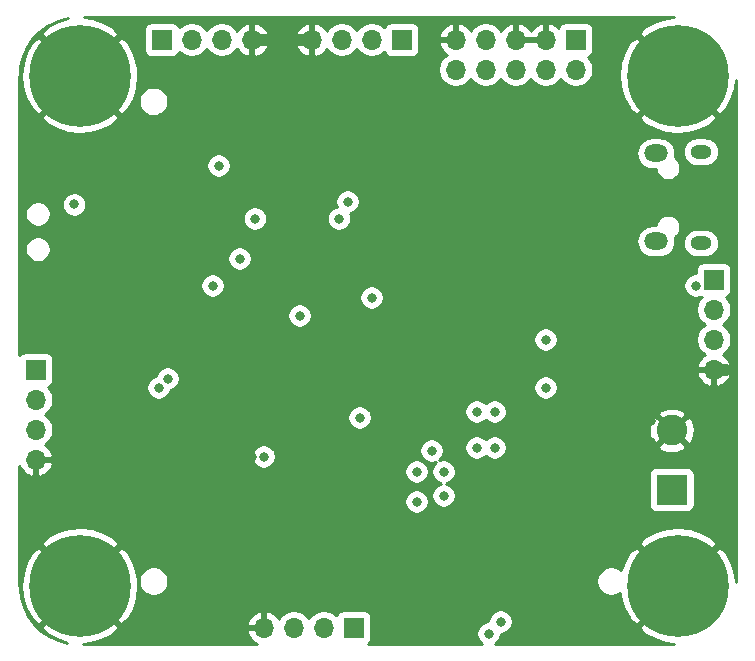
<source format=gbr>
G04 #@! TF.GenerationSoftware,KiCad,Pcbnew,5.1.5+dfsg1-2build2*
G04 #@! TF.CreationDate,2020-10-21T13:18:50+02:00*
G04 #@! TF.ProjectId,test_board,74657374-5f62-46f6-9172-642e6b696361,rev?*
G04 #@! TF.SameCoordinates,Original*
G04 #@! TF.FileFunction,Copper,L2,Inr*
G04 #@! TF.FilePolarity,Positive*
%FSLAX46Y46*%
G04 Gerber Fmt 4.6, Leading zero omitted, Abs format (unit mm)*
G04 Created by KiCad (PCBNEW 5.1.5+dfsg1-2build2) date 2020-10-21 13:18:50*
%MOMM*%
%LPD*%
G04 APERTURE LIST*
%ADD10O,1.700000X1.700000*%
%ADD11R,1.700000X1.700000*%
%ADD12C,0.900000*%
%ADD13C,8.600000*%
%ADD14R,2.600000X2.600000*%
%ADD15C,2.600000*%
%ADD16O,2.000000X1.450000*%
%ADD17O,1.800000X1.150000*%
%ADD18C,0.800000*%
%ADD19C,1.000000*%
%ADD20C,0.254000*%
G04 APERTURE END LIST*
D10*
X47244000Y-134620000D03*
X49784000Y-134620000D03*
X52324000Y-134620000D03*
D11*
X54864000Y-134620000D03*
D10*
X85344000Y-112776000D03*
X85344000Y-110236000D03*
X85344000Y-107696000D03*
D11*
X85344000Y-105156000D03*
D12*
X84576419Y-85603581D03*
X82296000Y-84659000D03*
X80015581Y-85603581D03*
X79071000Y-87884000D03*
X80015581Y-90164419D03*
X82296000Y-91109000D03*
X84576419Y-90164419D03*
X85521000Y-87884000D03*
D13*
X82296000Y-87884000D03*
X82296000Y-131064000D03*
D12*
X85521000Y-131064000D03*
X84576419Y-133344419D03*
X82296000Y-134289000D03*
X80015581Y-133344419D03*
X79071000Y-131064000D03*
X80015581Y-128783581D03*
X82296000Y-127839000D03*
X84576419Y-128783581D03*
X29392581Y-90164419D03*
X31673000Y-91109000D03*
X33953419Y-90164419D03*
X34898000Y-87884000D03*
X33953419Y-85603581D03*
X31673000Y-84659000D03*
X29392581Y-85603581D03*
X28448000Y-87884000D03*
D13*
X31673000Y-87884000D03*
X31673000Y-131064000D03*
D12*
X34898000Y-131064000D03*
X33953419Y-133344419D03*
X31673000Y-134289000D03*
X29392581Y-133344419D03*
X28448000Y-131064000D03*
X29392581Y-128783581D03*
X31673000Y-127839000D03*
X33953419Y-128783581D03*
D14*
X81788000Y-122936000D03*
D15*
X81788000Y-117936000D03*
D16*
X80446000Y-101921400D03*
X80446000Y-94471400D03*
D17*
X84246000Y-102071400D03*
X84246000Y-94321400D03*
D10*
X51308000Y-84836000D03*
X53848000Y-84836000D03*
X56388000Y-84836000D03*
D11*
X58928000Y-84836000D03*
X27940000Y-112776000D03*
D10*
X27940000Y-115316000D03*
X27940000Y-117856000D03*
X27940000Y-120396000D03*
D11*
X73660000Y-84836000D03*
D10*
X73660000Y-87376000D03*
X71120000Y-84836000D03*
X71120000Y-87376000D03*
X68580000Y-84836000D03*
X68580000Y-87376000D03*
X66040000Y-84836000D03*
X66040000Y-87376000D03*
X63500000Y-84836000D03*
X63500000Y-87376000D03*
D11*
X38608000Y-84836000D03*
D10*
X41148000Y-84836000D03*
X43688000Y-84836000D03*
X46228000Y-84836000D03*
D18*
X83820000Y-105664000D03*
X66802000Y-119380000D03*
X46500000Y-100000000D03*
X53600000Y-100000000D03*
X43434000Y-95504000D03*
X31200000Y-98800000D03*
X38354000Y-114300000D03*
X39116000Y-113538000D03*
X47244000Y-120142000D03*
X55372000Y-116840000D03*
X42926000Y-105664000D03*
X45212000Y-103378000D03*
X56388000Y-106680000D03*
X65278000Y-119380000D03*
X65278000Y-116332000D03*
X66802000Y-116332000D03*
X62484000Y-121412000D03*
X60198000Y-121412000D03*
X60198000Y-123952000D03*
X62484000Y-123444000D03*
X66294000Y-135128000D03*
X67310000Y-134112000D03*
X61468000Y-119634000D03*
X37084000Y-113792000D03*
X40386000Y-113284000D03*
X41148000Y-112522000D03*
X38100000Y-105664000D03*
X31242000Y-103378000D03*
X39624000Y-87884000D03*
X41656000Y-96266000D03*
X39624000Y-88646000D03*
X78486000Y-97028000D03*
X72644000Y-96266000D03*
X75438000Y-119888000D03*
X75438000Y-120650000D03*
X77216000Y-120650000D03*
X77216000Y-119888000D03*
X67310000Y-126746000D03*
X67310000Y-128270000D03*
X66294000Y-128270000D03*
X61976000Y-132080000D03*
X61976000Y-132842000D03*
X58674000Y-104394000D03*
X59690000Y-105410000D03*
X46482000Y-107442000D03*
X41402000Y-105664000D03*
X46228000Y-120142000D03*
X57404000Y-120650000D03*
X57404000Y-121920000D03*
X57404000Y-123444000D03*
X57404000Y-124460000D03*
X54864000Y-120396000D03*
X57150000Y-119888000D03*
X56388000Y-119888000D03*
X57912000Y-119126000D03*
X76708000Y-124460000D03*
X76708000Y-125476000D03*
X80010000Y-117094000D03*
X80010000Y-118872000D03*
X71120000Y-114300000D03*
X71120000Y-110236000D03*
X50292000Y-108204000D03*
X54356000Y-98552000D03*
D19*
X85344000Y-112776000D02*
X86360000Y-112776000D01*
X46482000Y-84836000D02*
X49276000Y-84836000D01*
X49276000Y-84836000D02*
X51308000Y-84836000D01*
D20*
G36*
X81395079Y-83007649D02*
G01*
X80461062Y-83277107D01*
X79597560Y-83723606D01*
X79484946Y-83798851D01*
X78992787Y-84401182D01*
X82296000Y-87704395D01*
X82310143Y-87690253D01*
X82489748Y-87869858D01*
X82475605Y-87884000D01*
X85778818Y-91187213D01*
X86381149Y-90695054D01*
X86851063Y-89844067D01*
X87145929Y-88917757D01*
X87224000Y-88222550D01*
X87224001Y-130772736D01*
X87172351Y-130163079D01*
X86902893Y-129229062D01*
X86456394Y-128365560D01*
X86381149Y-128252946D01*
X85778818Y-127760787D01*
X82475605Y-131064000D01*
X82489748Y-131078143D01*
X82310143Y-131257748D01*
X82296000Y-131243605D01*
X78992787Y-134546818D01*
X79484946Y-135149149D01*
X80335933Y-135619063D01*
X81262243Y-135913929D01*
X81957450Y-135992000D01*
X66863883Y-135992000D01*
X66953774Y-135931937D01*
X67097937Y-135787774D01*
X67211205Y-135618256D01*
X67289226Y-135429898D01*
X67329000Y-135229939D01*
X67329000Y-135147000D01*
X67411939Y-135147000D01*
X67611898Y-135107226D01*
X67800256Y-135029205D01*
X67969774Y-134915937D01*
X68113937Y-134771774D01*
X68227205Y-134602256D01*
X68305226Y-134413898D01*
X68345000Y-134213939D01*
X68345000Y-134010061D01*
X68305226Y-133810102D01*
X68227205Y-133621744D01*
X68113937Y-133452226D01*
X67969774Y-133308063D01*
X67800256Y-133194795D01*
X67611898Y-133116774D01*
X67411939Y-133077000D01*
X67208061Y-133077000D01*
X67008102Y-133116774D01*
X66819744Y-133194795D01*
X66650226Y-133308063D01*
X66506063Y-133452226D01*
X66392795Y-133621744D01*
X66314774Y-133810102D01*
X66275000Y-134010061D01*
X66275000Y-134093000D01*
X66192061Y-134093000D01*
X65992102Y-134132774D01*
X65803744Y-134210795D01*
X65634226Y-134324063D01*
X65490063Y-134468226D01*
X65376795Y-134637744D01*
X65298774Y-134826102D01*
X65259000Y-135026061D01*
X65259000Y-135229939D01*
X65298774Y-135429898D01*
X65376795Y-135618256D01*
X65490063Y-135787774D01*
X65634226Y-135931937D01*
X65724117Y-135992000D01*
X56078896Y-135992000D01*
X56165185Y-135921185D01*
X56244537Y-135824494D01*
X56303502Y-135714180D01*
X56339812Y-135594482D01*
X56352072Y-135470000D01*
X56352072Y-133770000D01*
X56339812Y-133645518D01*
X56303502Y-133525820D01*
X56244537Y-133415506D01*
X56165185Y-133318815D01*
X56068494Y-133239463D01*
X55958180Y-133180498D01*
X55838482Y-133144188D01*
X55714000Y-133131928D01*
X54014000Y-133131928D01*
X53889518Y-133144188D01*
X53769820Y-133180498D01*
X53659506Y-133239463D01*
X53562815Y-133318815D01*
X53483463Y-133415506D01*
X53424498Y-133525820D01*
X53402487Y-133598380D01*
X53270632Y-133466525D01*
X53027411Y-133304010D01*
X52757158Y-133192068D01*
X52470260Y-133135000D01*
X52177740Y-133135000D01*
X51890842Y-133192068D01*
X51620589Y-133304010D01*
X51377368Y-133466525D01*
X51170525Y-133673368D01*
X51054000Y-133847760D01*
X50937475Y-133673368D01*
X50730632Y-133466525D01*
X50487411Y-133304010D01*
X50217158Y-133192068D01*
X49930260Y-133135000D01*
X49637740Y-133135000D01*
X49350842Y-133192068D01*
X49080589Y-133304010D01*
X48837368Y-133466525D01*
X48630525Y-133673368D01*
X48508805Y-133855534D01*
X48439178Y-133738645D01*
X48244269Y-133522412D01*
X48010920Y-133348359D01*
X47748099Y-133223175D01*
X47600890Y-133178524D01*
X47371000Y-133299845D01*
X47371000Y-134493000D01*
X47391000Y-134493000D01*
X47391000Y-134747000D01*
X47371000Y-134747000D01*
X47371000Y-134767000D01*
X47117000Y-134767000D01*
X47117000Y-134747000D01*
X45923186Y-134747000D01*
X45802519Y-134976891D01*
X45899843Y-135251252D01*
X46048822Y-135501355D01*
X46243731Y-135717588D01*
X46477080Y-135891641D01*
X46687781Y-135992000D01*
X31964276Y-135992000D01*
X32573921Y-135940351D01*
X33507938Y-135670893D01*
X34371440Y-135224394D01*
X34484054Y-135149149D01*
X34976213Y-134546818D01*
X31673000Y-131243605D01*
X28369787Y-134546818D01*
X28861946Y-135149149D01*
X29712933Y-135619063D01*
X30610549Y-135904795D01*
X29859897Y-135709964D01*
X29100496Y-135367878D01*
X28409580Y-134902728D01*
X27806921Y-134327819D01*
X27309745Y-133659589D01*
X26932265Y-132917142D01*
X26685275Y-132121705D01*
X26573178Y-131275951D01*
X26568000Y-131056218D01*
X26568000Y-130996281D01*
X26714586Y-130996281D01*
X26796649Y-131964921D01*
X27066107Y-132898938D01*
X27512606Y-133762440D01*
X27587851Y-133875054D01*
X28190182Y-134367213D01*
X31493395Y-131064000D01*
X31852605Y-131064000D01*
X35155818Y-134367213D01*
X35283226Y-134263109D01*
X45802519Y-134263109D01*
X45923186Y-134493000D01*
X47117000Y-134493000D01*
X47117000Y-133299845D01*
X46887110Y-133178524D01*
X46739901Y-133223175D01*
X46477080Y-133348359D01*
X46243731Y-133522412D01*
X46048822Y-133738645D01*
X45899843Y-133988748D01*
X45802519Y-134263109D01*
X35283226Y-134263109D01*
X35758149Y-133875054D01*
X36228063Y-133024067D01*
X36522929Y-132097757D01*
X36631414Y-131131719D01*
X36584409Y-130576890D01*
X36670048Y-130576890D01*
X36670048Y-130823110D01*
X36718083Y-131064598D01*
X36812307Y-131292074D01*
X36949099Y-131496798D01*
X37123202Y-131670901D01*
X37327926Y-131807693D01*
X37555402Y-131901917D01*
X37796890Y-131949952D01*
X38043110Y-131949952D01*
X38284598Y-131901917D01*
X38512074Y-131807693D01*
X38716798Y-131670901D01*
X38890901Y-131496798D01*
X39027693Y-131292074D01*
X39121917Y-131064598D01*
X39169952Y-130823110D01*
X39169952Y-130576890D01*
X39167963Y-130566890D01*
X75410048Y-130566890D01*
X75410048Y-130813110D01*
X75458083Y-131054598D01*
X75552307Y-131282074D01*
X75689099Y-131486798D01*
X75863202Y-131660901D01*
X76067926Y-131797693D01*
X76295402Y-131891917D01*
X76536890Y-131939952D01*
X76783110Y-131939952D01*
X77024598Y-131891917D01*
X77252074Y-131797693D01*
X77397263Y-131700681D01*
X77419649Y-131964921D01*
X77689107Y-132898938D01*
X78135606Y-133762440D01*
X78210851Y-133875054D01*
X78813182Y-134367213D01*
X82116395Y-131064000D01*
X78813182Y-127760787D01*
X78210851Y-128252946D01*
X77740937Y-129103933D01*
X77523790Y-129786091D01*
X77456798Y-129719099D01*
X77252074Y-129582307D01*
X77024598Y-129488083D01*
X76783110Y-129440048D01*
X76536890Y-129440048D01*
X76295402Y-129488083D01*
X76067926Y-129582307D01*
X75863202Y-129719099D01*
X75689099Y-129893202D01*
X75552307Y-130097926D01*
X75458083Y-130325402D01*
X75410048Y-130566890D01*
X39167963Y-130566890D01*
X39121917Y-130335402D01*
X39027693Y-130107926D01*
X38890901Y-129903202D01*
X38716798Y-129729099D01*
X38512074Y-129592307D01*
X38284598Y-129498083D01*
X38043110Y-129450048D01*
X37796890Y-129450048D01*
X37555402Y-129498083D01*
X37327926Y-129592307D01*
X37123202Y-129729099D01*
X36949099Y-129903202D01*
X36812307Y-130107926D01*
X36718083Y-130335402D01*
X36670048Y-130576890D01*
X36584409Y-130576890D01*
X36549351Y-130163079D01*
X36279893Y-129229062D01*
X35833394Y-128365560D01*
X35758149Y-128252946D01*
X35155818Y-127760787D01*
X31852605Y-131064000D01*
X31493395Y-131064000D01*
X28190182Y-127760787D01*
X27587851Y-128252946D01*
X27117937Y-129103933D01*
X26823071Y-130030243D01*
X26714586Y-130996281D01*
X26568000Y-130996281D01*
X26568000Y-127581182D01*
X28369787Y-127581182D01*
X31673000Y-130884395D01*
X34976213Y-127581182D01*
X78992787Y-127581182D01*
X82296000Y-130884395D01*
X85599213Y-127581182D01*
X85107054Y-126978851D01*
X84256067Y-126508937D01*
X83329757Y-126214071D01*
X82363719Y-126105586D01*
X81395079Y-126187649D01*
X80461062Y-126457107D01*
X79597560Y-126903606D01*
X79484946Y-126978851D01*
X78992787Y-127581182D01*
X34976213Y-127581182D01*
X34484054Y-126978851D01*
X33633067Y-126508937D01*
X32706757Y-126214071D01*
X31740719Y-126105586D01*
X30772079Y-126187649D01*
X29838062Y-126457107D01*
X28974560Y-126903606D01*
X28861946Y-126978851D01*
X28369787Y-127581182D01*
X26568000Y-127581182D01*
X26568000Y-123850061D01*
X59163000Y-123850061D01*
X59163000Y-124053939D01*
X59202774Y-124253898D01*
X59280795Y-124442256D01*
X59394063Y-124611774D01*
X59538226Y-124755937D01*
X59707744Y-124869205D01*
X59896102Y-124947226D01*
X60096061Y-124987000D01*
X60299939Y-124987000D01*
X60499898Y-124947226D01*
X60688256Y-124869205D01*
X60857774Y-124755937D01*
X61001937Y-124611774D01*
X61115205Y-124442256D01*
X61193226Y-124253898D01*
X61233000Y-124053939D01*
X61233000Y-123850061D01*
X61193226Y-123650102D01*
X61115205Y-123461744D01*
X61001937Y-123292226D01*
X60857774Y-123148063D01*
X60688256Y-123034795D01*
X60499898Y-122956774D01*
X60299939Y-122917000D01*
X60096061Y-122917000D01*
X59896102Y-122956774D01*
X59707744Y-123034795D01*
X59538226Y-123148063D01*
X59394063Y-123292226D01*
X59280795Y-123461744D01*
X59202774Y-123650102D01*
X59163000Y-123850061D01*
X26568000Y-123850061D01*
X26568000Y-120952219D01*
X26668359Y-121162920D01*
X26842412Y-121396269D01*
X27058645Y-121591178D01*
X27308748Y-121740157D01*
X27583109Y-121837481D01*
X27813000Y-121716814D01*
X27813000Y-120523000D01*
X28067000Y-120523000D01*
X28067000Y-121716814D01*
X28296891Y-121837481D01*
X28571252Y-121740157D01*
X28821355Y-121591178D01*
X29037588Y-121396269D01*
X29101889Y-121310061D01*
X59163000Y-121310061D01*
X59163000Y-121513939D01*
X59202774Y-121713898D01*
X59280795Y-121902256D01*
X59394063Y-122071774D01*
X59538226Y-122215937D01*
X59707744Y-122329205D01*
X59896102Y-122407226D01*
X60096061Y-122447000D01*
X60299939Y-122447000D01*
X60499898Y-122407226D01*
X60688256Y-122329205D01*
X60857774Y-122215937D01*
X61001937Y-122071774D01*
X61115205Y-121902256D01*
X61193226Y-121713898D01*
X61233000Y-121513939D01*
X61233000Y-121310061D01*
X61193226Y-121110102D01*
X61115205Y-120921744D01*
X61001937Y-120752226D01*
X60857774Y-120608063D01*
X60688256Y-120494795D01*
X60499898Y-120416774D01*
X60299939Y-120377000D01*
X60096061Y-120377000D01*
X59896102Y-120416774D01*
X59707744Y-120494795D01*
X59538226Y-120608063D01*
X59394063Y-120752226D01*
X59280795Y-120921744D01*
X59202774Y-121110102D01*
X59163000Y-121310061D01*
X29101889Y-121310061D01*
X29211641Y-121162920D01*
X29336825Y-120900099D01*
X29381476Y-120752890D01*
X29260155Y-120523000D01*
X28067000Y-120523000D01*
X27813000Y-120523000D01*
X27793000Y-120523000D01*
X27793000Y-120269000D01*
X27813000Y-120269000D01*
X27813000Y-120249000D01*
X28067000Y-120249000D01*
X28067000Y-120269000D01*
X29260155Y-120269000D01*
X29380974Y-120040061D01*
X46209000Y-120040061D01*
X46209000Y-120243939D01*
X46248774Y-120443898D01*
X46326795Y-120632256D01*
X46440063Y-120801774D01*
X46584226Y-120945937D01*
X46753744Y-121059205D01*
X46942102Y-121137226D01*
X47142061Y-121177000D01*
X47345939Y-121177000D01*
X47545898Y-121137226D01*
X47734256Y-121059205D01*
X47903774Y-120945937D01*
X48047937Y-120801774D01*
X48161205Y-120632256D01*
X48239226Y-120443898D01*
X48279000Y-120243939D01*
X48279000Y-120040061D01*
X48239226Y-119840102D01*
X48161205Y-119651744D01*
X48081236Y-119532061D01*
X60433000Y-119532061D01*
X60433000Y-119735939D01*
X60472774Y-119935898D01*
X60550795Y-120124256D01*
X60664063Y-120293774D01*
X60808226Y-120437937D01*
X60977744Y-120551205D01*
X61166102Y-120629226D01*
X61366061Y-120669000D01*
X61569939Y-120669000D01*
X61769898Y-120629226D01*
X61829505Y-120604536D01*
X61824226Y-120608063D01*
X61680063Y-120752226D01*
X61566795Y-120921744D01*
X61488774Y-121110102D01*
X61449000Y-121310061D01*
X61449000Y-121513939D01*
X61488774Y-121713898D01*
X61566795Y-121902256D01*
X61680063Y-122071774D01*
X61824226Y-122215937D01*
X61993744Y-122329205D01*
X62182102Y-122407226D01*
X62286541Y-122428000D01*
X62182102Y-122448774D01*
X61993744Y-122526795D01*
X61824226Y-122640063D01*
X61680063Y-122784226D01*
X61566795Y-122953744D01*
X61488774Y-123142102D01*
X61449000Y-123342061D01*
X61449000Y-123545939D01*
X61488774Y-123745898D01*
X61566795Y-123934256D01*
X61680063Y-124103774D01*
X61824226Y-124247937D01*
X61993744Y-124361205D01*
X62182102Y-124439226D01*
X62382061Y-124479000D01*
X62585939Y-124479000D01*
X62785898Y-124439226D01*
X62974256Y-124361205D01*
X63143774Y-124247937D01*
X63287937Y-124103774D01*
X63401205Y-123934256D01*
X63479226Y-123745898D01*
X63519000Y-123545939D01*
X63519000Y-123342061D01*
X63479226Y-123142102D01*
X63401205Y-122953744D01*
X63287937Y-122784226D01*
X63143774Y-122640063D01*
X62974256Y-122526795D01*
X62785898Y-122448774D01*
X62681459Y-122428000D01*
X62785898Y-122407226D01*
X62974256Y-122329205D01*
X63143774Y-122215937D01*
X63287937Y-122071774D01*
X63401205Y-121902256D01*
X63479226Y-121713898D01*
X63494720Y-121636000D01*
X79849928Y-121636000D01*
X79849928Y-124236000D01*
X79862188Y-124360482D01*
X79898498Y-124480180D01*
X79957463Y-124590494D01*
X80036815Y-124687185D01*
X80133506Y-124766537D01*
X80243820Y-124825502D01*
X80363518Y-124861812D01*
X80488000Y-124874072D01*
X83088000Y-124874072D01*
X83212482Y-124861812D01*
X83332180Y-124825502D01*
X83442494Y-124766537D01*
X83539185Y-124687185D01*
X83618537Y-124590494D01*
X83677502Y-124480180D01*
X83713812Y-124360482D01*
X83726072Y-124236000D01*
X83726072Y-121636000D01*
X83713812Y-121511518D01*
X83677502Y-121391820D01*
X83618537Y-121281506D01*
X83539185Y-121184815D01*
X83442494Y-121105463D01*
X83332180Y-121046498D01*
X83212482Y-121010188D01*
X83088000Y-120997928D01*
X80488000Y-120997928D01*
X80363518Y-121010188D01*
X80243820Y-121046498D01*
X80133506Y-121105463D01*
X80036815Y-121184815D01*
X79957463Y-121281506D01*
X79898498Y-121391820D01*
X79862188Y-121511518D01*
X79849928Y-121636000D01*
X63494720Y-121636000D01*
X63519000Y-121513939D01*
X63519000Y-121310061D01*
X63479226Y-121110102D01*
X63401205Y-120921744D01*
X63287937Y-120752226D01*
X63143774Y-120608063D01*
X62974256Y-120494795D01*
X62785898Y-120416774D01*
X62585939Y-120377000D01*
X62382061Y-120377000D01*
X62182102Y-120416774D01*
X62122495Y-120441464D01*
X62127774Y-120437937D01*
X62271937Y-120293774D01*
X62385205Y-120124256D01*
X62463226Y-119935898D01*
X62503000Y-119735939D01*
X62503000Y-119532061D01*
X62463226Y-119332102D01*
X62440842Y-119278061D01*
X64243000Y-119278061D01*
X64243000Y-119481939D01*
X64282774Y-119681898D01*
X64360795Y-119870256D01*
X64474063Y-120039774D01*
X64618226Y-120183937D01*
X64787744Y-120297205D01*
X64976102Y-120375226D01*
X65176061Y-120415000D01*
X65379939Y-120415000D01*
X65579898Y-120375226D01*
X65768256Y-120297205D01*
X65937774Y-120183937D01*
X66040000Y-120081711D01*
X66142226Y-120183937D01*
X66311744Y-120297205D01*
X66500102Y-120375226D01*
X66700061Y-120415000D01*
X66903939Y-120415000D01*
X67103898Y-120375226D01*
X67292256Y-120297205D01*
X67461774Y-120183937D01*
X67605937Y-120039774D01*
X67719205Y-119870256D01*
X67797226Y-119681898D01*
X67837000Y-119481939D01*
X67837000Y-119285224D01*
X80618381Y-119285224D01*
X80750317Y-119580312D01*
X81091045Y-119751159D01*
X81458557Y-119852250D01*
X81838729Y-119879701D01*
X82216951Y-119832457D01*
X82578690Y-119712333D01*
X82825683Y-119580312D01*
X82957619Y-119285224D01*
X81788000Y-118115605D01*
X80618381Y-119285224D01*
X67837000Y-119285224D01*
X67837000Y-119278061D01*
X67797226Y-119078102D01*
X67719205Y-118889744D01*
X67605937Y-118720226D01*
X67461774Y-118576063D01*
X67292256Y-118462795D01*
X67103898Y-118384774D01*
X66903939Y-118345000D01*
X66700061Y-118345000D01*
X66500102Y-118384774D01*
X66311744Y-118462795D01*
X66142226Y-118576063D01*
X66040000Y-118678289D01*
X65937774Y-118576063D01*
X65768256Y-118462795D01*
X65579898Y-118384774D01*
X65379939Y-118345000D01*
X65176061Y-118345000D01*
X64976102Y-118384774D01*
X64787744Y-118462795D01*
X64618226Y-118576063D01*
X64474063Y-118720226D01*
X64360795Y-118889744D01*
X64282774Y-119078102D01*
X64243000Y-119278061D01*
X62440842Y-119278061D01*
X62385205Y-119143744D01*
X62271937Y-118974226D01*
X62127774Y-118830063D01*
X61958256Y-118716795D01*
X61769898Y-118638774D01*
X61569939Y-118599000D01*
X61366061Y-118599000D01*
X61166102Y-118638774D01*
X60977744Y-118716795D01*
X60808226Y-118830063D01*
X60664063Y-118974226D01*
X60550795Y-119143744D01*
X60472774Y-119332102D01*
X60433000Y-119532061D01*
X48081236Y-119532061D01*
X48047937Y-119482226D01*
X47903774Y-119338063D01*
X47734256Y-119224795D01*
X47545898Y-119146774D01*
X47345939Y-119107000D01*
X47142061Y-119107000D01*
X46942102Y-119146774D01*
X46753744Y-119224795D01*
X46584226Y-119338063D01*
X46440063Y-119482226D01*
X46326795Y-119651744D01*
X46248774Y-119840102D01*
X46209000Y-120040061D01*
X29380974Y-120040061D01*
X29381476Y-120039110D01*
X29336825Y-119891901D01*
X29211641Y-119629080D01*
X29037588Y-119395731D01*
X28821355Y-119200822D01*
X28704466Y-119131195D01*
X28886632Y-119009475D01*
X29093475Y-118802632D01*
X29255990Y-118559411D01*
X29367932Y-118289158D01*
X29425000Y-118002260D01*
X29425000Y-117986729D01*
X79844299Y-117986729D01*
X79891543Y-118364951D01*
X80011667Y-118726690D01*
X80143688Y-118973683D01*
X80438776Y-119105619D01*
X81608395Y-117936000D01*
X81967605Y-117936000D01*
X83137224Y-119105619D01*
X83432312Y-118973683D01*
X83603159Y-118632955D01*
X83704250Y-118265443D01*
X83731701Y-117885271D01*
X83684457Y-117507049D01*
X83564333Y-117145310D01*
X83432312Y-116898317D01*
X83137224Y-116766381D01*
X81967605Y-117936000D01*
X81608395Y-117936000D01*
X80438776Y-116766381D01*
X80143688Y-116898317D01*
X79972841Y-117239045D01*
X79871750Y-117606557D01*
X79844299Y-117986729D01*
X29425000Y-117986729D01*
X29425000Y-117709740D01*
X29367932Y-117422842D01*
X29255990Y-117152589D01*
X29093475Y-116909368D01*
X28922168Y-116738061D01*
X54337000Y-116738061D01*
X54337000Y-116941939D01*
X54376774Y-117141898D01*
X54454795Y-117330256D01*
X54568063Y-117499774D01*
X54712226Y-117643937D01*
X54881744Y-117757205D01*
X55070102Y-117835226D01*
X55270061Y-117875000D01*
X55473939Y-117875000D01*
X55673898Y-117835226D01*
X55862256Y-117757205D01*
X56031774Y-117643937D01*
X56175937Y-117499774D01*
X56289205Y-117330256D01*
X56367226Y-117141898D01*
X56407000Y-116941939D01*
X56407000Y-116738061D01*
X56367226Y-116538102D01*
X56289205Y-116349744D01*
X56209236Y-116230061D01*
X64243000Y-116230061D01*
X64243000Y-116433939D01*
X64282774Y-116633898D01*
X64360795Y-116822256D01*
X64474063Y-116991774D01*
X64618226Y-117135937D01*
X64787744Y-117249205D01*
X64976102Y-117327226D01*
X65176061Y-117367000D01*
X65379939Y-117367000D01*
X65579898Y-117327226D01*
X65768256Y-117249205D01*
X65937774Y-117135937D01*
X66040000Y-117033711D01*
X66142226Y-117135937D01*
X66311744Y-117249205D01*
X66500102Y-117327226D01*
X66700061Y-117367000D01*
X66903939Y-117367000D01*
X67103898Y-117327226D01*
X67292256Y-117249205D01*
X67461774Y-117135937D01*
X67605937Y-116991774D01*
X67719205Y-116822256D01*
X67797226Y-116633898D01*
X67806599Y-116586776D01*
X80618381Y-116586776D01*
X81788000Y-117756395D01*
X82957619Y-116586776D01*
X82825683Y-116291688D01*
X82484955Y-116120841D01*
X82117443Y-116019750D01*
X81737271Y-115992299D01*
X81359049Y-116039543D01*
X80997310Y-116159667D01*
X80750317Y-116291688D01*
X80618381Y-116586776D01*
X67806599Y-116586776D01*
X67837000Y-116433939D01*
X67837000Y-116230061D01*
X67797226Y-116030102D01*
X67719205Y-115841744D01*
X67605937Y-115672226D01*
X67461774Y-115528063D01*
X67292256Y-115414795D01*
X67103898Y-115336774D01*
X66903939Y-115297000D01*
X66700061Y-115297000D01*
X66500102Y-115336774D01*
X66311744Y-115414795D01*
X66142226Y-115528063D01*
X66040000Y-115630289D01*
X65937774Y-115528063D01*
X65768256Y-115414795D01*
X65579898Y-115336774D01*
X65379939Y-115297000D01*
X65176061Y-115297000D01*
X64976102Y-115336774D01*
X64787744Y-115414795D01*
X64618226Y-115528063D01*
X64474063Y-115672226D01*
X64360795Y-115841744D01*
X64282774Y-116030102D01*
X64243000Y-116230061D01*
X56209236Y-116230061D01*
X56175937Y-116180226D01*
X56031774Y-116036063D01*
X55862256Y-115922795D01*
X55673898Y-115844774D01*
X55473939Y-115805000D01*
X55270061Y-115805000D01*
X55070102Y-115844774D01*
X54881744Y-115922795D01*
X54712226Y-116036063D01*
X54568063Y-116180226D01*
X54454795Y-116349744D01*
X54376774Y-116538102D01*
X54337000Y-116738061D01*
X28922168Y-116738061D01*
X28886632Y-116702525D01*
X28712240Y-116586000D01*
X28886632Y-116469475D01*
X29093475Y-116262632D01*
X29255990Y-116019411D01*
X29367932Y-115749158D01*
X29425000Y-115462260D01*
X29425000Y-115169740D01*
X29367932Y-114882842D01*
X29255990Y-114612589D01*
X29093475Y-114369368D01*
X28961620Y-114237513D01*
X29034180Y-114215502D01*
X29066809Y-114198061D01*
X37319000Y-114198061D01*
X37319000Y-114401939D01*
X37358774Y-114601898D01*
X37436795Y-114790256D01*
X37550063Y-114959774D01*
X37694226Y-115103937D01*
X37863744Y-115217205D01*
X38052102Y-115295226D01*
X38252061Y-115335000D01*
X38455939Y-115335000D01*
X38655898Y-115295226D01*
X38844256Y-115217205D01*
X39013774Y-115103937D01*
X39157937Y-114959774D01*
X39271205Y-114790256D01*
X39349226Y-114601898D01*
X39360619Y-114544619D01*
X39417898Y-114533226D01*
X39606256Y-114455205D01*
X39775774Y-114341937D01*
X39919650Y-114198061D01*
X70085000Y-114198061D01*
X70085000Y-114401939D01*
X70124774Y-114601898D01*
X70202795Y-114790256D01*
X70316063Y-114959774D01*
X70460226Y-115103937D01*
X70629744Y-115217205D01*
X70818102Y-115295226D01*
X71018061Y-115335000D01*
X71221939Y-115335000D01*
X71421898Y-115295226D01*
X71610256Y-115217205D01*
X71779774Y-115103937D01*
X71923937Y-114959774D01*
X72037205Y-114790256D01*
X72115226Y-114601898D01*
X72155000Y-114401939D01*
X72155000Y-114198061D01*
X72115226Y-113998102D01*
X72037205Y-113809744D01*
X71923937Y-113640226D01*
X71779774Y-113496063D01*
X71610256Y-113382795D01*
X71421898Y-113304774D01*
X71221939Y-113265000D01*
X71018061Y-113265000D01*
X70818102Y-113304774D01*
X70629744Y-113382795D01*
X70460226Y-113496063D01*
X70316063Y-113640226D01*
X70202795Y-113809744D01*
X70124774Y-113998102D01*
X70085000Y-114198061D01*
X39919650Y-114198061D01*
X39919937Y-114197774D01*
X40033205Y-114028256D01*
X40111226Y-113839898D01*
X40151000Y-113639939D01*
X40151000Y-113436061D01*
X40111226Y-113236102D01*
X40068474Y-113132890D01*
X83902524Y-113132890D01*
X83947175Y-113280099D01*
X84072359Y-113542920D01*
X84246412Y-113776269D01*
X84462645Y-113971178D01*
X84712748Y-114120157D01*
X84987109Y-114217481D01*
X85217000Y-114096814D01*
X85217000Y-112903000D01*
X85471000Y-112903000D01*
X85471000Y-114096814D01*
X85700891Y-114217481D01*
X85975252Y-114120157D01*
X86225355Y-113971178D01*
X86441588Y-113776269D01*
X86615641Y-113542920D01*
X86740825Y-113280099D01*
X86785476Y-113132890D01*
X86664155Y-112903000D01*
X85471000Y-112903000D01*
X85217000Y-112903000D01*
X84023845Y-112903000D01*
X83902524Y-113132890D01*
X40068474Y-113132890D01*
X40033205Y-113047744D01*
X39919937Y-112878226D01*
X39775774Y-112734063D01*
X39606256Y-112620795D01*
X39417898Y-112542774D01*
X39217939Y-112503000D01*
X39014061Y-112503000D01*
X38814102Y-112542774D01*
X38625744Y-112620795D01*
X38456226Y-112734063D01*
X38312063Y-112878226D01*
X38198795Y-113047744D01*
X38120774Y-113236102D01*
X38109381Y-113293381D01*
X38052102Y-113304774D01*
X37863744Y-113382795D01*
X37694226Y-113496063D01*
X37550063Y-113640226D01*
X37436795Y-113809744D01*
X37358774Y-113998102D01*
X37319000Y-114198061D01*
X29066809Y-114198061D01*
X29144494Y-114156537D01*
X29241185Y-114077185D01*
X29320537Y-113980494D01*
X29379502Y-113870180D01*
X29415812Y-113750482D01*
X29428072Y-113626000D01*
X29428072Y-111926000D01*
X29415812Y-111801518D01*
X29379502Y-111681820D01*
X29320537Y-111571506D01*
X29241185Y-111474815D01*
X29144494Y-111395463D01*
X29034180Y-111336498D01*
X28914482Y-111300188D01*
X28790000Y-111287928D01*
X27090000Y-111287928D01*
X26965518Y-111300188D01*
X26845820Y-111336498D01*
X26735506Y-111395463D01*
X26638815Y-111474815D01*
X26568000Y-111561104D01*
X26568000Y-110134061D01*
X70085000Y-110134061D01*
X70085000Y-110337939D01*
X70124774Y-110537898D01*
X70202795Y-110726256D01*
X70316063Y-110895774D01*
X70460226Y-111039937D01*
X70629744Y-111153205D01*
X70818102Y-111231226D01*
X71018061Y-111271000D01*
X71221939Y-111271000D01*
X71421898Y-111231226D01*
X71610256Y-111153205D01*
X71779774Y-111039937D01*
X71923937Y-110895774D01*
X72037205Y-110726256D01*
X72115226Y-110537898D01*
X72155000Y-110337939D01*
X72155000Y-110134061D01*
X72115226Y-109934102D01*
X72037205Y-109745744D01*
X71923937Y-109576226D01*
X71779774Y-109432063D01*
X71610256Y-109318795D01*
X71421898Y-109240774D01*
X71221939Y-109201000D01*
X71018061Y-109201000D01*
X70818102Y-109240774D01*
X70629744Y-109318795D01*
X70460226Y-109432063D01*
X70316063Y-109576226D01*
X70202795Y-109745744D01*
X70124774Y-109934102D01*
X70085000Y-110134061D01*
X26568000Y-110134061D01*
X26568000Y-108102061D01*
X49257000Y-108102061D01*
X49257000Y-108305939D01*
X49296774Y-108505898D01*
X49374795Y-108694256D01*
X49488063Y-108863774D01*
X49632226Y-109007937D01*
X49801744Y-109121205D01*
X49990102Y-109199226D01*
X50190061Y-109239000D01*
X50393939Y-109239000D01*
X50593898Y-109199226D01*
X50782256Y-109121205D01*
X50951774Y-109007937D01*
X51095937Y-108863774D01*
X51209205Y-108694256D01*
X51287226Y-108505898D01*
X51327000Y-108305939D01*
X51327000Y-108102061D01*
X51287226Y-107902102D01*
X51209205Y-107713744D01*
X51095937Y-107544226D01*
X50951774Y-107400063D01*
X50782256Y-107286795D01*
X50593898Y-107208774D01*
X50393939Y-107169000D01*
X50190061Y-107169000D01*
X49990102Y-107208774D01*
X49801744Y-107286795D01*
X49632226Y-107400063D01*
X49488063Y-107544226D01*
X49374795Y-107713744D01*
X49296774Y-107902102D01*
X49257000Y-108102061D01*
X26568000Y-108102061D01*
X26568000Y-105562061D01*
X41891000Y-105562061D01*
X41891000Y-105765939D01*
X41930774Y-105965898D01*
X42008795Y-106154256D01*
X42122063Y-106323774D01*
X42266226Y-106467937D01*
X42435744Y-106581205D01*
X42624102Y-106659226D01*
X42824061Y-106699000D01*
X43027939Y-106699000D01*
X43227898Y-106659226D01*
X43416256Y-106581205D01*
X43420961Y-106578061D01*
X55353000Y-106578061D01*
X55353000Y-106781939D01*
X55392774Y-106981898D01*
X55470795Y-107170256D01*
X55584063Y-107339774D01*
X55728226Y-107483937D01*
X55897744Y-107597205D01*
X56086102Y-107675226D01*
X56286061Y-107715000D01*
X56489939Y-107715000D01*
X56689898Y-107675226D01*
X56878256Y-107597205D01*
X57047774Y-107483937D01*
X57191937Y-107339774D01*
X57305205Y-107170256D01*
X57383226Y-106981898D01*
X57423000Y-106781939D01*
X57423000Y-106578061D01*
X57383226Y-106378102D01*
X57305205Y-106189744D01*
X57191937Y-106020226D01*
X57047774Y-105876063D01*
X56878256Y-105762795D01*
X56689898Y-105684774D01*
X56489939Y-105645000D01*
X56286061Y-105645000D01*
X56086102Y-105684774D01*
X55897744Y-105762795D01*
X55728226Y-105876063D01*
X55584063Y-106020226D01*
X55470795Y-106189744D01*
X55392774Y-106378102D01*
X55353000Y-106578061D01*
X43420961Y-106578061D01*
X43585774Y-106467937D01*
X43729937Y-106323774D01*
X43843205Y-106154256D01*
X43921226Y-105965898D01*
X43961000Y-105765939D01*
X43961000Y-105562061D01*
X82785000Y-105562061D01*
X82785000Y-105765939D01*
X82824774Y-105965898D01*
X82902795Y-106154256D01*
X83016063Y-106323774D01*
X83160226Y-106467937D01*
X83329744Y-106581205D01*
X83518102Y-106659226D01*
X83718061Y-106699000D01*
X83921939Y-106699000D01*
X84121898Y-106659226D01*
X84264783Y-106600041D01*
X84322380Y-106617513D01*
X84190525Y-106749368D01*
X84028010Y-106992589D01*
X83916068Y-107262842D01*
X83859000Y-107549740D01*
X83859000Y-107842260D01*
X83916068Y-108129158D01*
X84028010Y-108399411D01*
X84190525Y-108642632D01*
X84397368Y-108849475D01*
X84571760Y-108966000D01*
X84397368Y-109082525D01*
X84190525Y-109289368D01*
X84028010Y-109532589D01*
X83916068Y-109802842D01*
X83859000Y-110089740D01*
X83859000Y-110382260D01*
X83916068Y-110669158D01*
X84028010Y-110939411D01*
X84190525Y-111182632D01*
X84397368Y-111389475D01*
X84579534Y-111511195D01*
X84462645Y-111580822D01*
X84246412Y-111775731D01*
X84072359Y-112009080D01*
X83947175Y-112271901D01*
X83902524Y-112419110D01*
X84023845Y-112649000D01*
X85217000Y-112649000D01*
X85217000Y-112629000D01*
X85471000Y-112629000D01*
X85471000Y-112649000D01*
X86664155Y-112649000D01*
X86785476Y-112419110D01*
X86740825Y-112271901D01*
X86615641Y-112009080D01*
X86441588Y-111775731D01*
X86225355Y-111580822D01*
X86108466Y-111511195D01*
X86290632Y-111389475D01*
X86497475Y-111182632D01*
X86659990Y-110939411D01*
X86771932Y-110669158D01*
X86829000Y-110382260D01*
X86829000Y-110089740D01*
X86771932Y-109802842D01*
X86659990Y-109532589D01*
X86497475Y-109289368D01*
X86290632Y-109082525D01*
X86116240Y-108966000D01*
X86290632Y-108849475D01*
X86497475Y-108642632D01*
X86659990Y-108399411D01*
X86771932Y-108129158D01*
X86829000Y-107842260D01*
X86829000Y-107549740D01*
X86771932Y-107262842D01*
X86659990Y-106992589D01*
X86497475Y-106749368D01*
X86365620Y-106617513D01*
X86438180Y-106595502D01*
X86548494Y-106536537D01*
X86645185Y-106457185D01*
X86724537Y-106360494D01*
X86783502Y-106250180D01*
X86819812Y-106130482D01*
X86832072Y-106006000D01*
X86832072Y-104306000D01*
X86819812Y-104181518D01*
X86783502Y-104061820D01*
X86724537Y-103951506D01*
X86645185Y-103854815D01*
X86548494Y-103775463D01*
X86438180Y-103716498D01*
X86318482Y-103680188D01*
X86194000Y-103667928D01*
X84494000Y-103667928D01*
X84369518Y-103680188D01*
X84249820Y-103716498D01*
X84139506Y-103775463D01*
X84042815Y-103854815D01*
X83963463Y-103951506D01*
X83904498Y-104061820D01*
X83868188Y-104181518D01*
X83855928Y-104306000D01*
X83855928Y-104629000D01*
X83718061Y-104629000D01*
X83518102Y-104668774D01*
X83329744Y-104746795D01*
X83160226Y-104860063D01*
X83016063Y-105004226D01*
X82902795Y-105173744D01*
X82824774Y-105362102D01*
X82785000Y-105562061D01*
X43961000Y-105562061D01*
X43921226Y-105362102D01*
X43843205Y-105173744D01*
X43729937Y-105004226D01*
X43585774Y-104860063D01*
X43416256Y-104746795D01*
X43227898Y-104668774D01*
X43027939Y-104629000D01*
X42824061Y-104629000D01*
X42624102Y-104668774D01*
X42435744Y-104746795D01*
X42266226Y-104860063D01*
X42122063Y-105004226D01*
X42008795Y-105173744D01*
X41930774Y-105362102D01*
X41891000Y-105562061D01*
X26568000Y-105562061D01*
X26568000Y-102485137D01*
X27033000Y-102485137D01*
X27033000Y-102698863D01*
X27074696Y-102908483D01*
X27156485Y-103105940D01*
X27275225Y-103283647D01*
X27426353Y-103434775D01*
X27604060Y-103553515D01*
X27801517Y-103635304D01*
X28011137Y-103677000D01*
X28224863Y-103677000D01*
X28434483Y-103635304D01*
X28631940Y-103553515D01*
X28809647Y-103434775D01*
X28960775Y-103283647D01*
X28965843Y-103276061D01*
X44177000Y-103276061D01*
X44177000Y-103479939D01*
X44216774Y-103679898D01*
X44294795Y-103868256D01*
X44408063Y-104037774D01*
X44552226Y-104181937D01*
X44721744Y-104295205D01*
X44910102Y-104373226D01*
X45110061Y-104413000D01*
X45313939Y-104413000D01*
X45513898Y-104373226D01*
X45702256Y-104295205D01*
X45871774Y-104181937D01*
X46015937Y-104037774D01*
X46129205Y-103868256D01*
X46207226Y-103679898D01*
X46247000Y-103479939D01*
X46247000Y-103276061D01*
X46207226Y-103076102D01*
X46129205Y-102887744D01*
X46015937Y-102718226D01*
X45871774Y-102574063D01*
X45702256Y-102460795D01*
X45513898Y-102382774D01*
X45313939Y-102343000D01*
X45110061Y-102343000D01*
X44910102Y-102382774D01*
X44721744Y-102460795D01*
X44552226Y-102574063D01*
X44408063Y-102718226D01*
X44294795Y-102887744D01*
X44216774Y-103076102D01*
X44177000Y-103276061D01*
X28965843Y-103276061D01*
X29079515Y-103105940D01*
X29161304Y-102908483D01*
X29203000Y-102698863D01*
X29203000Y-102485137D01*
X29161304Y-102275517D01*
X29079515Y-102078060D01*
X28974839Y-101921400D01*
X78804420Y-101921400D01*
X78830678Y-102188007D01*
X78908445Y-102444368D01*
X79034730Y-102680631D01*
X79204682Y-102887718D01*
X79411769Y-103057670D01*
X79648032Y-103183955D01*
X79904393Y-103261722D01*
X80104191Y-103281400D01*
X80787809Y-103281400D01*
X80987607Y-103261722D01*
X81243968Y-103183955D01*
X81480231Y-103057670D01*
X81687318Y-102887718D01*
X81857270Y-102680631D01*
X81983555Y-102444368D01*
X82061322Y-102188007D01*
X82072806Y-102071400D01*
X82705146Y-102071400D01*
X82728508Y-102308601D01*
X82797697Y-102536687D01*
X82910054Y-102746892D01*
X83061261Y-102931139D01*
X83245508Y-103082346D01*
X83455713Y-103194703D01*
X83683799Y-103263892D01*
X83861563Y-103281400D01*
X84630437Y-103281400D01*
X84808201Y-103263892D01*
X85036287Y-103194703D01*
X85246492Y-103082346D01*
X85430739Y-102931139D01*
X85581946Y-102746892D01*
X85694303Y-102536687D01*
X85763492Y-102308601D01*
X85786854Y-102071400D01*
X85763492Y-101834199D01*
X85694303Y-101606113D01*
X85581946Y-101395908D01*
X85430739Y-101211661D01*
X85246492Y-101060454D01*
X85036287Y-100948097D01*
X84808201Y-100878908D01*
X84630437Y-100861400D01*
X83861563Y-100861400D01*
X83683799Y-100878908D01*
X83455713Y-100948097D01*
X83245508Y-101060454D01*
X83061261Y-101211661D01*
X82910054Y-101395908D01*
X82797697Y-101606113D01*
X82728508Y-101834199D01*
X82705146Y-102071400D01*
X82072806Y-102071400D01*
X82087580Y-101921400D01*
X82061322Y-101654793D01*
X82038282Y-101578842D01*
X82155774Y-101500337D01*
X82299937Y-101356174D01*
X82413205Y-101186656D01*
X82491226Y-100998298D01*
X82531000Y-100798339D01*
X82531000Y-100594461D01*
X82491226Y-100394502D01*
X82413205Y-100206144D01*
X82299937Y-100036626D01*
X82155774Y-99892463D01*
X81986256Y-99779195D01*
X81797898Y-99701174D01*
X81597939Y-99661400D01*
X81394061Y-99661400D01*
X81194102Y-99701174D01*
X81005744Y-99779195D01*
X80836226Y-99892463D01*
X80692063Y-100036626D01*
X80578795Y-100206144D01*
X80500774Y-100394502D01*
X80467576Y-100561400D01*
X80104191Y-100561400D01*
X79904393Y-100581078D01*
X79648032Y-100658845D01*
X79411769Y-100785130D01*
X79204682Y-100955082D01*
X79034730Y-101162169D01*
X78908445Y-101398432D01*
X78830678Y-101654793D01*
X78804420Y-101921400D01*
X28974839Y-101921400D01*
X28960775Y-101900353D01*
X28809647Y-101749225D01*
X28631940Y-101630485D01*
X28434483Y-101548696D01*
X28224863Y-101507000D01*
X28011137Y-101507000D01*
X27801517Y-101548696D01*
X27604060Y-101630485D01*
X27426353Y-101749225D01*
X27275225Y-101900353D01*
X27156485Y-102078060D01*
X27074696Y-102275517D01*
X27033000Y-102485137D01*
X26568000Y-102485137D01*
X26568000Y-99485137D01*
X27033000Y-99485137D01*
X27033000Y-99698863D01*
X27074696Y-99908483D01*
X27156485Y-100105940D01*
X27275225Y-100283647D01*
X27426353Y-100434775D01*
X27604060Y-100553515D01*
X27801517Y-100635304D01*
X28011137Y-100677000D01*
X28224863Y-100677000D01*
X28434483Y-100635304D01*
X28631940Y-100553515D01*
X28809647Y-100434775D01*
X28960775Y-100283647D01*
X29079515Y-100105940D01*
X29161304Y-99908483D01*
X29163377Y-99898061D01*
X45465000Y-99898061D01*
X45465000Y-100101939D01*
X45504774Y-100301898D01*
X45582795Y-100490256D01*
X45696063Y-100659774D01*
X45840226Y-100803937D01*
X46009744Y-100917205D01*
X46198102Y-100995226D01*
X46398061Y-101035000D01*
X46601939Y-101035000D01*
X46801898Y-100995226D01*
X46990256Y-100917205D01*
X47159774Y-100803937D01*
X47303937Y-100659774D01*
X47417205Y-100490256D01*
X47495226Y-100301898D01*
X47535000Y-100101939D01*
X47535000Y-99898061D01*
X52565000Y-99898061D01*
X52565000Y-100101939D01*
X52604774Y-100301898D01*
X52682795Y-100490256D01*
X52796063Y-100659774D01*
X52940226Y-100803937D01*
X53109744Y-100917205D01*
X53298102Y-100995226D01*
X53498061Y-101035000D01*
X53701939Y-101035000D01*
X53901898Y-100995226D01*
X54090256Y-100917205D01*
X54259774Y-100803937D01*
X54403937Y-100659774D01*
X54517205Y-100490256D01*
X54595226Y-100301898D01*
X54635000Y-100101939D01*
X54635000Y-99898061D01*
X54595226Y-99698102D01*
X54542258Y-99570228D01*
X54657898Y-99547226D01*
X54846256Y-99469205D01*
X55015774Y-99355937D01*
X55159937Y-99211774D01*
X55273205Y-99042256D01*
X55351226Y-98853898D01*
X55391000Y-98653939D01*
X55391000Y-98450061D01*
X55351226Y-98250102D01*
X55273205Y-98061744D01*
X55159937Y-97892226D01*
X55015774Y-97748063D01*
X54846256Y-97634795D01*
X54657898Y-97556774D01*
X54457939Y-97517000D01*
X54254061Y-97517000D01*
X54054102Y-97556774D01*
X53865744Y-97634795D01*
X53696226Y-97748063D01*
X53552063Y-97892226D01*
X53438795Y-98061744D01*
X53360774Y-98250102D01*
X53321000Y-98450061D01*
X53321000Y-98653939D01*
X53360774Y-98853898D01*
X53413742Y-98981772D01*
X53298102Y-99004774D01*
X53109744Y-99082795D01*
X52940226Y-99196063D01*
X52796063Y-99340226D01*
X52682795Y-99509744D01*
X52604774Y-99698102D01*
X52565000Y-99898061D01*
X47535000Y-99898061D01*
X47495226Y-99698102D01*
X47417205Y-99509744D01*
X47303937Y-99340226D01*
X47159774Y-99196063D01*
X46990256Y-99082795D01*
X46801898Y-99004774D01*
X46601939Y-98965000D01*
X46398061Y-98965000D01*
X46198102Y-99004774D01*
X46009744Y-99082795D01*
X45840226Y-99196063D01*
X45696063Y-99340226D01*
X45582795Y-99509744D01*
X45504774Y-99698102D01*
X45465000Y-99898061D01*
X29163377Y-99898061D01*
X29203000Y-99698863D01*
X29203000Y-99485137D01*
X29161304Y-99275517D01*
X29079515Y-99078060D01*
X28960775Y-98900353D01*
X28809647Y-98749225D01*
X28733075Y-98698061D01*
X30165000Y-98698061D01*
X30165000Y-98901939D01*
X30204774Y-99101898D01*
X30282795Y-99290256D01*
X30396063Y-99459774D01*
X30540226Y-99603937D01*
X30709744Y-99717205D01*
X30898102Y-99795226D01*
X31098061Y-99835000D01*
X31301939Y-99835000D01*
X31501898Y-99795226D01*
X31690256Y-99717205D01*
X31859774Y-99603937D01*
X32003937Y-99459774D01*
X32117205Y-99290256D01*
X32195226Y-99101898D01*
X32235000Y-98901939D01*
X32235000Y-98698061D01*
X32195226Y-98498102D01*
X32117205Y-98309744D01*
X32003937Y-98140226D01*
X31859774Y-97996063D01*
X31690256Y-97882795D01*
X31501898Y-97804774D01*
X31301939Y-97765000D01*
X31098061Y-97765000D01*
X30898102Y-97804774D01*
X30709744Y-97882795D01*
X30540226Y-97996063D01*
X30396063Y-98140226D01*
X30282795Y-98309744D01*
X30204774Y-98498102D01*
X30165000Y-98698061D01*
X28733075Y-98698061D01*
X28631940Y-98630485D01*
X28434483Y-98548696D01*
X28224863Y-98507000D01*
X28011137Y-98507000D01*
X27801517Y-98548696D01*
X27604060Y-98630485D01*
X27426353Y-98749225D01*
X27275225Y-98900353D01*
X27156485Y-99078060D01*
X27074696Y-99275517D01*
X27033000Y-99485137D01*
X26568000Y-99485137D01*
X26568000Y-95402061D01*
X42399000Y-95402061D01*
X42399000Y-95605939D01*
X42438774Y-95805898D01*
X42516795Y-95994256D01*
X42630063Y-96163774D01*
X42774226Y-96307937D01*
X42943744Y-96421205D01*
X43132102Y-96499226D01*
X43332061Y-96539000D01*
X43535939Y-96539000D01*
X43735898Y-96499226D01*
X43924256Y-96421205D01*
X44093774Y-96307937D01*
X44237937Y-96163774D01*
X44351205Y-95994256D01*
X44429226Y-95805898D01*
X44469000Y-95605939D01*
X44469000Y-95402061D01*
X44429226Y-95202102D01*
X44351205Y-95013744D01*
X44237937Y-94844226D01*
X44093774Y-94700063D01*
X43924256Y-94586795D01*
X43735898Y-94508774D01*
X43548005Y-94471400D01*
X78804420Y-94471400D01*
X78830678Y-94738007D01*
X78908445Y-94994368D01*
X79034730Y-95230631D01*
X79204682Y-95437718D01*
X79411769Y-95607670D01*
X79648032Y-95733955D01*
X79904393Y-95811722D01*
X80104191Y-95831400D01*
X80467576Y-95831400D01*
X80500774Y-95998298D01*
X80578795Y-96186656D01*
X80692063Y-96356174D01*
X80836226Y-96500337D01*
X81005744Y-96613605D01*
X81194102Y-96691626D01*
X81394061Y-96731400D01*
X81597939Y-96731400D01*
X81797898Y-96691626D01*
X81986256Y-96613605D01*
X82155774Y-96500337D01*
X82299937Y-96356174D01*
X82413205Y-96186656D01*
X82491226Y-95998298D01*
X82531000Y-95798339D01*
X82531000Y-95594461D01*
X82491226Y-95394502D01*
X82413205Y-95206144D01*
X82299937Y-95036626D01*
X82155774Y-94892463D01*
X82038282Y-94813958D01*
X82061322Y-94738007D01*
X82087580Y-94471400D01*
X82072807Y-94321400D01*
X82705146Y-94321400D01*
X82728508Y-94558601D01*
X82797697Y-94786687D01*
X82910054Y-94996892D01*
X83061261Y-95181139D01*
X83245508Y-95332346D01*
X83455713Y-95444703D01*
X83683799Y-95513892D01*
X83861563Y-95531400D01*
X84630437Y-95531400D01*
X84808201Y-95513892D01*
X85036287Y-95444703D01*
X85246492Y-95332346D01*
X85430739Y-95181139D01*
X85581946Y-94996892D01*
X85694303Y-94786687D01*
X85763492Y-94558601D01*
X85786854Y-94321400D01*
X85763492Y-94084199D01*
X85694303Y-93856113D01*
X85581946Y-93645908D01*
X85430739Y-93461661D01*
X85246492Y-93310454D01*
X85036287Y-93198097D01*
X84808201Y-93128908D01*
X84630437Y-93111400D01*
X83861563Y-93111400D01*
X83683799Y-93128908D01*
X83455713Y-93198097D01*
X83245508Y-93310454D01*
X83061261Y-93461661D01*
X82910054Y-93645908D01*
X82797697Y-93856113D01*
X82728508Y-94084199D01*
X82705146Y-94321400D01*
X82072807Y-94321400D01*
X82061322Y-94204793D01*
X81983555Y-93948432D01*
X81857270Y-93712169D01*
X81687318Y-93505082D01*
X81480231Y-93335130D01*
X81243968Y-93208845D01*
X80987607Y-93131078D01*
X80787809Y-93111400D01*
X80104191Y-93111400D01*
X79904393Y-93131078D01*
X79648032Y-93208845D01*
X79411769Y-93335130D01*
X79204682Y-93505082D01*
X79034730Y-93712169D01*
X78908445Y-93948432D01*
X78830678Y-94204793D01*
X78804420Y-94471400D01*
X43548005Y-94471400D01*
X43535939Y-94469000D01*
X43332061Y-94469000D01*
X43132102Y-94508774D01*
X42943744Y-94586795D01*
X42774226Y-94700063D01*
X42630063Y-94844226D01*
X42516795Y-95013744D01*
X42438774Y-95202102D01*
X42399000Y-95402061D01*
X26568000Y-95402061D01*
X26568000Y-91366818D01*
X28369787Y-91366818D01*
X28861946Y-91969149D01*
X29712933Y-92439063D01*
X30639243Y-92733929D01*
X31605281Y-92842414D01*
X32573921Y-92760351D01*
X33507938Y-92490893D01*
X34371440Y-92044394D01*
X34484054Y-91969149D01*
X34976213Y-91366818D01*
X78992787Y-91366818D01*
X79484946Y-91969149D01*
X80335933Y-92439063D01*
X81262243Y-92733929D01*
X82228281Y-92842414D01*
X83196921Y-92760351D01*
X84130938Y-92490893D01*
X84994440Y-92044394D01*
X85107054Y-91969149D01*
X85599213Y-91366818D01*
X82296000Y-88063605D01*
X78992787Y-91366818D01*
X34976213Y-91366818D01*
X31673000Y-88063605D01*
X28369787Y-91366818D01*
X26568000Y-91366818D01*
X26568000Y-87911952D01*
X26576117Y-87816281D01*
X26714586Y-87816281D01*
X26796649Y-88784921D01*
X27066107Y-89718938D01*
X27512606Y-90582440D01*
X27587851Y-90695054D01*
X28190182Y-91187213D01*
X31493395Y-87884000D01*
X31852605Y-87884000D01*
X35155818Y-91187213D01*
X35758149Y-90695054D01*
X36171284Y-89946890D01*
X36660048Y-89946890D01*
X36660048Y-90193110D01*
X36708083Y-90434598D01*
X36802307Y-90662074D01*
X36939099Y-90866798D01*
X37113202Y-91040901D01*
X37317926Y-91177693D01*
X37545402Y-91271917D01*
X37786890Y-91319952D01*
X38033110Y-91319952D01*
X38274598Y-91271917D01*
X38502074Y-91177693D01*
X38706798Y-91040901D01*
X38880901Y-90866798D01*
X39017693Y-90662074D01*
X39111917Y-90434598D01*
X39159952Y-90193110D01*
X39159952Y-89946890D01*
X39111917Y-89705402D01*
X39017693Y-89477926D01*
X38880901Y-89273202D01*
X38706798Y-89099099D01*
X38502074Y-88962307D01*
X38274598Y-88868083D01*
X38033110Y-88820048D01*
X37786890Y-88820048D01*
X37545402Y-88868083D01*
X37317926Y-88962307D01*
X37113202Y-89099099D01*
X36939099Y-89273202D01*
X36802307Y-89477926D01*
X36708083Y-89705402D01*
X36660048Y-89946890D01*
X36171284Y-89946890D01*
X36228063Y-89844067D01*
X36522929Y-88917757D01*
X36631414Y-87951719D01*
X36570249Y-87229740D01*
X62015000Y-87229740D01*
X62015000Y-87522260D01*
X62072068Y-87809158D01*
X62184010Y-88079411D01*
X62346525Y-88322632D01*
X62553368Y-88529475D01*
X62796589Y-88691990D01*
X63066842Y-88803932D01*
X63353740Y-88861000D01*
X63646260Y-88861000D01*
X63933158Y-88803932D01*
X64203411Y-88691990D01*
X64446632Y-88529475D01*
X64653475Y-88322632D01*
X64770000Y-88148240D01*
X64886525Y-88322632D01*
X65093368Y-88529475D01*
X65336589Y-88691990D01*
X65606842Y-88803932D01*
X65893740Y-88861000D01*
X66186260Y-88861000D01*
X66473158Y-88803932D01*
X66743411Y-88691990D01*
X66986632Y-88529475D01*
X67193475Y-88322632D01*
X67310000Y-88148240D01*
X67426525Y-88322632D01*
X67633368Y-88529475D01*
X67876589Y-88691990D01*
X68146842Y-88803932D01*
X68433740Y-88861000D01*
X68726260Y-88861000D01*
X69013158Y-88803932D01*
X69283411Y-88691990D01*
X69526632Y-88529475D01*
X69733475Y-88322632D01*
X69850000Y-88148240D01*
X69966525Y-88322632D01*
X70173368Y-88529475D01*
X70416589Y-88691990D01*
X70686842Y-88803932D01*
X70973740Y-88861000D01*
X71266260Y-88861000D01*
X71553158Y-88803932D01*
X71823411Y-88691990D01*
X72066632Y-88529475D01*
X72273475Y-88322632D01*
X72390000Y-88148240D01*
X72506525Y-88322632D01*
X72713368Y-88529475D01*
X72956589Y-88691990D01*
X73226842Y-88803932D01*
X73513740Y-88861000D01*
X73806260Y-88861000D01*
X74093158Y-88803932D01*
X74363411Y-88691990D01*
X74606632Y-88529475D01*
X74813475Y-88322632D01*
X74975990Y-88079411D01*
X75084981Y-87816281D01*
X77337586Y-87816281D01*
X77419649Y-88784921D01*
X77689107Y-89718938D01*
X78135606Y-90582440D01*
X78210851Y-90695054D01*
X78813182Y-91187213D01*
X82116395Y-87884000D01*
X78813182Y-84580787D01*
X78210851Y-85072946D01*
X77740937Y-85923933D01*
X77446071Y-86850243D01*
X77337586Y-87816281D01*
X75084981Y-87816281D01*
X75087932Y-87809158D01*
X75145000Y-87522260D01*
X75145000Y-87229740D01*
X75087932Y-86942842D01*
X74975990Y-86672589D01*
X74813475Y-86429368D01*
X74681620Y-86297513D01*
X74754180Y-86275502D01*
X74864494Y-86216537D01*
X74961185Y-86137185D01*
X75040537Y-86040494D01*
X75099502Y-85930180D01*
X75135812Y-85810482D01*
X75148072Y-85686000D01*
X75148072Y-83986000D01*
X75135812Y-83861518D01*
X75099502Y-83741820D01*
X75040537Y-83631506D01*
X74961185Y-83534815D01*
X74864494Y-83455463D01*
X74754180Y-83396498D01*
X74634482Y-83360188D01*
X74510000Y-83347928D01*
X72810000Y-83347928D01*
X72685518Y-83360188D01*
X72565820Y-83396498D01*
X72455506Y-83455463D01*
X72358815Y-83534815D01*
X72279463Y-83631506D01*
X72220498Y-83741820D01*
X72196034Y-83822466D01*
X72120269Y-83738412D01*
X71886920Y-83564359D01*
X71624099Y-83439175D01*
X71476890Y-83394524D01*
X71247000Y-83515845D01*
X71247000Y-84709000D01*
X71267000Y-84709000D01*
X71267000Y-84963000D01*
X71247000Y-84963000D01*
X71247000Y-84983000D01*
X70993000Y-84983000D01*
X70993000Y-84963000D01*
X68707000Y-84963000D01*
X68707000Y-84983000D01*
X68453000Y-84983000D01*
X68453000Y-84963000D01*
X68433000Y-84963000D01*
X68433000Y-84709000D01*
X68453000Y-84709000D01*
X68453000Y-83515845D01*
X68707000Y-83515845D01*
X68707000Y-84709000D01*
X70993000Y-84709000D01*
X70993000Y-83515845D01*
X70763110Y-83394524D01*
X70615901Y-83439175D01*
X70353080Y-83564359D01*
X70119731Y-83738412D01*
X69924822Y-83954645D01*
X69850000Y-84080255D01*
X69775178Y-83954645D01*
X69580269Y-83738412D01*
X69346920Y-83564359D01*
X69084099Y-83439175D01*
X68936890Y-83394524D01*
X68707000Y-83515845D01*
X68453000Y-83515845D01*
X68223110Y-83394524D01*
X68075901Y-83439175D01*
X67813080Y-83564359D01*
X67579731Y-83738412D01*
X67384822Y-83954645D01*
X67315195Y-84071534D01*
X67193475Y-83889368D01*
X66986632Y-83682525D01*
X66743411Y-83520010D01*
X66473158Y-83408068D01*
X66186260Y-83351000D01*
X65893740Y-83351000D01*
X65606842Y-83408068D01*
X65336589Y-83520010D01*
X65093368Y-83682525D01*
X64886525Y-83889368D01*
X64764805Y-84071534D01*
X64695178Y-83954645D01*
X64500269Y-83738412D01*
X64266920Y-83564359D01*
X64004099Y-83439175D01*
X63856890Y-83394524D01*
X63627000Y-83515845D01*
X63627000Y-84709000D01*
X63647000Y-84709000D01*
X63647000Y-84963000D01*
X63627000Y-84963000D01*
X63627000Y-84983000D01*
X63373000Y-84983000D01*
X63373000Y-84963000D01*
X62179186Y-84963000D01*
X62058519Y-85192891D01*
X62155843Y-85467252D01*
X62304822Y-85717355D01*
X62499731Y-85933588D01*
X62729406Y-86104900D01*
X62553368Y-86222525D01*
X62346525Y-86429368D01*
X62184010Y-86672589D01*
X62072068Y-86942842D01*
X62015000Y-87229740D01*
X36570249Y-87229740D01*
X36549351Y-86983079D01*
X36279893Y-86049062D01*
X35833394Y-85185560D01*
X35758149Y-85072946D01*
X35155818Y-84580787D01*
X31852605Y-87884000D01*
X31493395Y-87884000D01*
X28190182Y-84580787D01*
X27587851Y-85072946D01*
X27117937Y-85923933D01*
X26823071Y-86850243D01*
X26714586Y-87816281D01*
X26576117Y-87816281D01*
X26640791Y-87054084D01*
X26850036Y-86247897D01*
X27192124Y-85488491D01*
X27657270Y-84797583D01*
X28232181Y-84194921D01*
X28900414Y-83697744D01*
X29642860Y-83320264D01*
X30438295Y-83073275D01*
X30634950Y-83047210D01*
X29838062Y-83277107D01*
X28974560Y-83723606D01*
X28861946Y-83798851D01*
X28369787Y-84401182D01*
X31673000Y-87704395D01*
X34976213Y-84401182D01*
X34636972Y-83986000D01*
X37119928Y-83986000D01*
X37119928Y-85686000D01*
X37132188Y-85810482D01*
X37168498Y-85930180D01*
X37227463Y-86040494D01*
X37306815Y-86137185D01*
X37403506Y-86216537D01*
X37513820Y-86275502D01*
X37633518Y-86311812D01*
X37758000Y-86324072D01*
X39458000Y-86324072D01*
X39582482Y-86311812D01*
X39702180Y-86275502D01*
X39812494Y-86216537D01*
X39909185Y-86137185D01*
X39988537Y-86040494D01*
X40047502Y-85930180D01*
X40069513Y-85857620D01*
X40201368Y-85989475D01*
X40444589Y-86151990D01*
X40714842Y-86263932D01*
X41001740Y-86321000D01*
X41294260Y-86321000D01*
X41581158Y-86263932D01*
X41851411Y-86151990D01*
X42094632Y-85989475D01*
X42301475Y-85782632D01*
X42418000Y-85608240D01*
X42534525Y-85782632D01*
X42741368Y-85989475D01*
X42984589Y-86151990D01*
X43254842Y-86263932D01*
X43541740Y-86321000D01*
X43834260Y-86321000D01*
X44121158Y-86263932D01*
X44391411Y-86151990D01*
X44634632Y-85989475D01*
X44841475Y-85782632D01*
X44963195Y-85600466D01*
X45032822Y-85717355D01*
X45227731Y-85933588D01*
X45461080Y-86107641D01*
X45723901Y-86232825D01*
X45871110Y-86277476D01*
X46101000Y-86156155D01*
X46101000Y-84963000D01*
X46355000Y-84963000D01*
X46355000Y-86156155D01*
X46584890Y-86277476D01*
X46732099Y-86232825D01*
X46994920Y-86107641D01*
X47228269Y-85933588D01*
X47423178Y-85717355D01*
X47572157Y-85467252D01*
X47669481Y-85192891D01*
X49866519Y-85192891D01*
X49963843Y-85467252D01*
X50112822Y-85717355D01*
X50307731Y-85933588D01*
X50541080Y-86107641D01*
X50803901Y-86232825D01*
X50951110Y-86277476D01*
X51181000Y-86156155D01*
X51181000Y-84963000D01*
X49987186Y-84963000D01*
X49866519Y-85192891D01*
X47669481Y-85192891D01*
X47548814Y-84963000D01*
X46355000Y-84963000D01*
X46101000Y-84963000D01*
X46081000Y-84963000D01*
X46081000Y-84709000D01*
X46101000Y-84709000D01*
X46101000Y-83515845D01*
X46355000Y-83515845D01*
X46355000Y-84709000D01*
X47548814Y-84709000D01*
X47669481Y-84479109D01*
X49866519Y-84479109D01*
X49987186Y-84709000D01*
X51181000Y-84709000D01*
X51181000Y-83515845D01*
X51435000Y-83515845D01*
X51435000Y-84709000D01*
X51455000Y-84709000D01*
X51455000Y-84963000D01*
X51435000Y-84963000D01*
X51435000Y-86156155D01*
X51664890Y-86277476D01*
X51812099Y-86232825D01*
X52074920Y-86107641D01*
X52308269Y-85933588D01*
X52503178Y-85717355D01*
X52572805Y-85600466D01*
X52694525Y-85782632D01*
X52901368Y-85989475D01*
X53144589Y-86151990D01*
X53414842Y-86263932D01*
X53701740Y-86321000D01*
X53994260Y-86321000D01*
X54281158Y-86263932D01*
X54551411Y-86151990D01*
X54794632Y-85989475D01*
X55001475Y-85782632D01*
X55118000Y-85608240D01*
X55234525Y-85782632D01*
X55441368Y-85989475D01*
X55684589Y-86151990D01*
X55954842Y-86263932D01*
X56241740Y-86321000D01*
X56534260Y-86321000D01*
X56821158Y-86263932D01*
X57091411Y-86151990D01*
X57334632Y-85989475D01*
X57466487Y-85857620D01*
X57488498Y-85930180D01*
X57547463Y-86040494D01*
X57626815Y-86137185D01*
X57723506Y-86216537D01*
X57833820Y-86275502D01*
X57953518Y-86311812D01*
X58078000Y-86324072D01*
X59778000Y-86324072D01*
X59902482Y-86311812D01*
X60022180Y-86275502D01*
X60132494Y-86216537D01*
X60229185Y-86137185D01*
X60308537Y-86040494D01*
X60367502Y-85930180D01*
X60403812Y-85810482D01*
X60416072Y-85686000D01*
X60416072Y-84479109D01*
X62058519Y-84479109D01*
X62179186Y-84709000D01*
X63373000Y-84709000D01*
X63373000Y-83515845D01*
X63143110Y-83394524D01*
X62995901Y-83439175D01*
X62733080Y-83564359D01*
X62499731Y-83738412D01*
X62304822Y-83954645D01*
X62155843Y-84204748D01*
X62058519Y-84479109D01*
X60416072Y-84479109D01*
X60416072Y-83986000D01*
X60403812Y-83861518D01*
X60367502Y-83741820D01*
X60308537Y-83631506D01*
X60229185Y-83534815D01*
X60132494Y-83455463D01*
X60022180Y-83396498D01*
X59902482Y-83360188D01*
X59778000Y-83347928D01*
X58078000Y-83347928D01*
X57953518Y-83360188D01*
X57833820Y-83396498D01*
X57723506Y-83455463D01*
X57626815Y-83534815D01*
X57547463Y-83631506D01*
X57488498Y-83741820D01*
X57466487Y-83814380D01*
X57334632Y-83682525D01*
X57091411Y-83520010D01*
X56821158Y-83408068D01*
X56534260Y-83351000D01*
X56241740Y-83351000D01*
X55954842Y-83408068D01*
X55684589Y-83520010D01*
X55441368Y-83682525D01*
X55234525Y-83889368D01*
X55118000Y-84063760D01*
X55001475Y-83889368D01*
X54794632Y-83682525D01*
X54551411Y-83520010D01*
X54281158Y-83408068D01*
X53994260Y-83351000D01*
X53701740Y-83351000D01*
X53414842Y-83408068D01*
X53144589Y-83520010D01*
X52901368Y-83682525D01*
X52694525Y-83889368D01*
X52572805Y-84071534D01*
X52503178Y-83954645D01*
X52308269Y-83738412D01*
X52074920Y-83564359D01*
X51812099Y-83439175D01*
X51664890Y-83394524D01*
X51435000Y-83515845D01*
X51181000Y-83515845D01*
X50951110Y-83394524D01*
X50803901Y-83439175D01*
X50541080Y-83564359D01*
X50307731Y-83738412D01*
X50112822Y-83954645D01*
X49963843Y-84204748D01*
X49866519Y-84479109D01*
X47669481Y-84479109D01*
X47572157Y-84204748D01*
X47423178Y-83954645D01*
X47228269Y-83738412D01*
X46994920Y-83564359D01*
X46732099Y-83439175D01*
X46584890Y-83394524D01*
X46355000Y-83515845D01*
X46101000Y-83515845D01*
X45871110Y-83394524D01*
X45723901Y-83439175D01*
X45461080Y-83564359D01*
X45227731Y-83738412D01*
X45032822Y-83954645D01*
X44963195Y-84071534D01*
X44841475Y-83889368D01*
X44634632Y-83682525D01*
X44391411Y-83520010D01*
X44121158Y-83408068D01*
X43834260Y-83351000D01*
X43541740Y-83351000D01*
X43254842Y-83408068D01*
X42984589Y-83520010D01*
X42741368Y-83682525D01*
X42534525Y-83889368D01*
X42418000Y-84063760D01*
X42301475Y-83889368D01*
X42094632Y-83682525D01*
X41851411Y-83520010D01*
X41581158Y-83408068D01*
X41294260Y-83351000D01*
X41001740Y-83351000D01*
X40714842Y-83408068D01*
X40444589Y-83520010D01*
X40201368Y-83682525D01*
X40069513Y-83814380D01*
X40047502Y-83741820D01*
X39988537Y-83631506D01*
X39909185Y-83534815D01*
X39812494Y-83455463D01*
X39702180Y-83396498D01*
X39582482Y-83360188D01*
X39458000Y-83347928D01*
X37758000Y-83347928D01*
X37633518Y-83360188D01*
X37513820Y-83396498D01*
X37403506Y-83455463D01*
X37306815Y-83534815D01*
X37227463Y-83631506D01*
X37168498Y-83741820D01*
X37132188Y-83861518D01*
X37119928Y-83986000D01*
X34636972Y-83986000D01*
X34484054Y-83798851D01*
X33633067Y-83328937D01*
X32706757Y-83034071D01*
X32011550Y-82956000D01*
X82004724Y-82956000D01*
X81395079Y-83007649D01*
G37*
X81395079Y-83007649D02*
X80461062Y-83277107D01*
X79597560Y-83723606D01*
X79484946Y-83798851D01*
X78992787Y-84401182D01*
X82296000Y-87704395D01*
X82310143Y-87690253D01*
X82489748Y-87869858D01*
X82475605Y-87884000D01*
X85778818Y-91187213D01*
X86381149Y-90695054D01*
X86851063Y-89844067D01*
X87145929Y-88917757D01*
X87224000Y-88222550D01*
X87224001Y-130772736D01*
X87172351Y-130163079D01*
X86902893Y-129229062D01*
X86456394Y-128365560D01*
X86381149Y-128252946D01*
X85778818Y-127760787D01*
X82475605Y-131064000D01*
X82489748Y-131078143D01*
X82310143Y-131257748D01*
X82296000Y-131243605D01*
X78992787Y-134546818D01*
X79484946Y-135149149D01*
X80335933Y-135619063D01*
X81262243Y-135913929D01*
X81957450Y-135992000D01*
X66863883Y-135992000D01*
X66953774Y-135931937D01*
X67097937Y-135787774D01*
X67211205Y-135618256D01*
X67289226Y-135429898D01*
X67329000Y-135229939D01*
X67329000Y-135147000D01*
X67411939Y-135147000D01*
X67611898Y-135107226D01*
X67800256Y-135029205D01*
X67969774Y-134915937D01*
X68113937Y-134771774D01*
X68227205Y-134602256D01*
X68305226Y-134413898D01*
X68345000Y-134213939D01*
X68345000Y-134010061D01*
X68305226Y-133810102D01*
X68227205Y-133621744D01*
X68113937Y-133452226D01*
X67969774Y-133308063D01*
X67800256Y-133194795D01*
X67611898Y-133116774D01*
X67411939Y-133077000D01*
X67208061Y-133077000D01*
X67008102Y-133116774D01*
X66819744Y-133194795D01*
X66650226Y-133308063D01*
X66506063Y-133452226D01*
X66392795Y-133621744D01*
X66314774Y-133810102D01*
X66275000Y-134010061D01*
X66275000Y-134093000D01*
X66192061Y-134093000D01*
X65992102Y-134132774D01*
X65803744Y-134210795D01*
X65634226Y-134324063D01*
X65490063Y-134468226D01*
X65376795Y-134637744D01*
X65298774Y-134826102D01*
X65259000Y-135026061D01*
X65259000Y-135229939D01*
X65298774Y-135429898D01*
X65376795Y-135618256D01*
X65490063Y-135787774D01*
X65634226Y-135931937D01*
X65724117Y-135992000D01*
X56078896Y-135992000D01*
X56165185Y-135921185D01*
X56244537Y-135824494D01*
X56303502Y-135714180D01*
X56339812Y-135594482D01*
X56352072Y-135470000D01*
X56352072Y-133770000D01*
X56339812Y-133645518D01*
X56303502Y-133525820D01*
X56244537Y-133415506D01*
X56165185Y-133318815D01*
X56068494Y-133239463D01*
X55958180Y-133180498D01*
X55838482Y-133144188D01*
X55714000Y-133131928D01*
X54014000Y-133131928D01*
X53889518Y-133144188D01*
X53769820Y-133180498D01*
X53659506Y-133239463D01*
X53562815Y-133318815D01*
X53483463Y-133415506D01*
X53424498Y-133525820D01*
X53402487Y-133598380D01*
X53270632Y-133466525D01*
X53027411Y-133304010D01*
X52757158Y-133192068D01*
X52470260Y-133135000D01*
X52177740Y-133135000D01*
X51890842Y-133192068D01*
X51620589Y-133304010D01*
X51377368Y-133466525D01*
X51170525Y-133673368D01*
X51054000Y-133847760D01*
X50937475Y-133673368D01*
X50730632Y-133466525D01*
X50487411Y-133304010D01*
X50217158Y-133192068D01*
X49930260Y-133135000D01*
X49637740Y-133135000D01*
X49350842Y-133192068D01*
X49080589Y-133304010D01*
X48837368Y-133466525D01*
X48630525Y-133673368D01*
X48508805Y-133855534D01*
X48439178Y-133738645D01*
X48244269Y-133522412D01*
X48010920Y-133348359D01*
X47748099Y-133223175D01*
X47600890Y-133178524D01*
X47371000Y-133299845D01*
X47371000Y-134493000D01*
X47391000Y-134493000D01*
X47391000Y-134747000D01*
X47371000Y-134747000D01*
X47371000Y-134767000D01*
X47117000Y-134767000D01*
X47117000Y-134747000D01*
X45923186Y-134747000D01*
X45802519Y-134976891D01*
X45899843Y-135251252D01*
X46048822Y-135501355D01*
X46243731Y-135717588D01*
X46477080Y-135891641D01*
X46687781Y-135992000D01*
X31964276Y-135992000D01*
X32573921Y-135940351D01*
X33507938Y-135670893D01*
X34371440Y-135224394D01*
X34484054Y-135149149D01*
X34976213Y-134546818D01*
X31673000Y-131243605D01*
X28369787Y-134546818D01*
X28861946Y-135149149D01*
X29712933Y-135619063D01*
X30610549Y-135904795D01*
X29859897Y-135709964D01*
X29100496Y-135367878D01*
X28409580Y-134902728D01*
X27806921Y-134327819D01*
X27309745Y-133659589D01*
X26932265Y-132917142D01*
X26685275Y-132121705D01*
X26573178Y-131275951D01*
X26568000Y-131056218D01*
X26568000Y-130996281D01*
X26714586Y-130996281D01*
X26796649Y-131964921D01*
X27066107Y-132898938D01*
X27512606Y-133762440D01*
X27587851Y-133875054D01*
X28190182Y-134367213D01*
X31493395Y-131064000D01*
X31852605Y-131064000D01*
X35155818Y-134367213D01*
X35283226Y-134263109D01*
X45802519Y-134263109D01*
X45923186Y-134493000D01*
X47117000Y-134493000D01*
X47117000Y-133299845D01*
X46887110Y-133178524D01*
X46739901Y-133223175D01*
X46477080Y-133348359D01*
X46243731Y-133522412D01*
X46048822Y-133738645D01*
X45899843Y-133988748D01*
X45802519Y-134263109D01*
X35283226Y-134263109D01*
X35758149Y-133875054D01*
X36228063Y-133024067D01*
X36522929Y-132097757D01*
X36631414Y-131131719D01*
X36584409Y-130576890D01*
X36670048Y-130576890D01*
X36670048Y-130823110D01*
X36718083Y-131064598D01*
X36812307Y-131292074D01*
X36949099Y-131496798D01*
X37123202Y-131670901D01*
X37327926Y-131807693D01*
X37555402Y-131901917D01*
X37796890Y-131949952D01*
X38043110Y-131949952D01*
X38284598Y-131901917D01*
X38512074Y-131807693D01*
X38716798Y-131670901D01*
X38890901Y-131496798D01*
X39027693Y-131292074D01*
X39121917Y-131064598D01*
X39169952Y-130823110D01*
X39169952Y-130576890D01*
X39167963Y-130566890D01*
X75410048Y-130566890D01*
X75410048Y-130813110D01*
X75458083Y-131054598D01*
X75552307Y-131282074D01*
X75689099Y-131486798D01*
X75863202Y-131660901D01*
X76067926Y-131797693D01*
X76295402Y-131891917D01*
X76536890Y-131939952D01*
X76783110Y-131939952D01*
X77024598Y-131891917D01*
X77252074Y-131797693D01*
X77397263Y-131700681D01*
X77419649Y-131964921D01*
X77689107Y-132898938D01*
X78135606Y-133762440D01*
X78210851Y-133875054D01*
X78813182Y-134367213D01*
X82116395Y-131064000D01*
X78813182Y-127760787D01*
X78210851Y-128252946D01*
X77740937Y-129103933D01*
X77523790Y-129786091D01*
X77456798Y-129719099D01*
X77252074Y-129582307D01*
X77024598Y-129488083D01*
X76783110Y-129440048D01*
X76536890Y-129440048D01*
X76295402Y-129488083D01*
X76067926Y-129582307D01*
X75863202Y-129719099D01*
X75689099Y-129893202D01*
X75552307Y-130097926D01*
X75458083Y-130325402D01*
X75410048Y-130566890D01*
X39167963Y-130566890D01*
X39121917Y-130335402D01*
X39027693Y-130107926D01*
X38890901Y-129903202D01*
X38716798Y-129729099D01*
X38512074Y-129592307D01*
X38284598Y-129498083D01*
X38043110Y-129450048D01*
X37796890Y-129450048D01*
X37555402Y-129498083D01*
X37327926Y-129592307D01*
X37123202Y-129729099D01*
X36949099Y-129903202D01*
X36812307Y-130107926D01*
X36718083Y-130335402D01*
X36670048Y-130576890D01*
X36584409Y-130576890D01*
X36549351Y-130163079D01*
X36279893Y-129229062D01*
X35833394Y-128365560D01*
X35758149Y-128252946D01*
X35155818Y-127760787D01*
X31852605Y-131064000D01*
X31493395Y-131064000D01*
X28190182Y-127760787D01*
X27587851Y-128252946D01*
X27117937Y-129103933D01*
X26823071Y-130030243D01*
X26714586Y-130996281D01*
X26568000Y-130996281D01*
X26568000Y-127581182D01*
X28369787Y-127581182D01*
X31673000Y-130884395D01*
X34976213Y-127581182D01*
X78992787Y-127581182D01*
X82296000Y-130884395D01*
X85599213Y-127581182D01*
X85107054Y-126978851D01*
X84256067Y-126508937D01*
X83329757Y-126214071D01*
X82363719Y-126105586D01*
X81395079Y-126187649D01*
X80461062Y-126457107D01*
X79597560Y-126903606D01*
X79484946Y-126978851D01*
X78992787Y-127581182D01*
X34976213Y-127581182D01*
X34484054Y-126978851D01*
X33633067Y-126508937D01*
X32706757Y-126214071D01*
X31740719Y-126105586D01*
X30772079Y-126187649D01*
X29838062Y-126457107D01*
X28974560Y-126903606D01*
X28861946Y-126978851D01*
X28369787Y-127581182D01*
X26568000Y-127581182D01*
X26568000Y-123850061D01*
X59163000Y-123850061D01*
X59163000Y-124053939D01*
X59202774Y-124253898D01*
X59280795Y-124442256D01*
X59394063Y-124611774D01*
X59538226Y-124755937D01*
X59707744Y-124869205D01*
X59896102Y-124947226D01*
X60096061Y-124987000D01*
X60299939Y-124987000D01*
X60499898Y-124947226D01*
X60688256Y-124869205D01*
X60857774Y-124755937D01*
X61001937Y-124611774D01*
X61115205Y-124442256D01*
X61193226Y-124253898D01*
X61233000Y-124053939D01*
X61233000Y-123850061D01*
X61193226Y-123650102D01*
X61115205Y-123461744D01*
X61001937Y-123292226D01*
X60857774Y-123148063D01*
X60688256Y-123034795D01*
X60499898Y-122956774D01*
X60299939Y-122917000D01*
X60096061Y-122917000D01*
X59896102Y-122956774D01*
X59707744Y-123034795D01*
X59538226Y-123148063D01*
X59394063Y-123292226D01*
X59280795Y-123461744D01*
X59202774Y-123650102D01*
X59163000Y-123850061D01*
X26568000Y-123850061D01*
X26568000Y-120952219D01*
X26668359Y-121162920D01*
X26842412Y-121396269D01*
X27058645Y-121591178D01*
X27308748Y-121740157D01*
X27583109Y-121837481D01*
X27813000Y-121716814D01*
X27813000Y-120523000D01*
X28067000Y-120523000D01*
X28067000Y-121716814D01*
X28296891Y-121837481D01*
X28571252Y-121740157D01*
X28821355Y-121591178D01*
X29037588Y-121396269D01*
X29101889Y-121310061D01*
X59163000Y-121310061D01*
X59163000Y-121513939D01*
X59202774Y-121713898D01*
X59280795Y-121902256D01*
X59394063Y-122071774D01*
X59538226Y-122215937D01*
X59707744Y-122329205D01*
X59896102Y-122407226D01*
X60096061Y-122447000D01*
X60299939Y-122447000D01*
X60499898Y-122407226D01*
X60688256Y-122329205D01*
X60857774Y-122215937D01*
X61001937Y-122071774D01*
X61115205Y-121902256D01*
X61193226Y-121713898D01*
X61233000Y-121513939D01*
X61233000Y-121310061D01*
X61193226Y-121110102D01*
X61115205Y-120921744D01*
X61001937Y-120752226D01*
X60857774Y-120608063D01*
X60688256Y-120494795D01*
X60499898Y-120416774D01*
X60299939Y-120377000D01*
X60096061Y-120377000D01*
X59896102Y-120416774D01*
X59707744Y-120494795D01*
X59538226Y-120608063D01*
X59394063Y-120752226D01*
X59280795Y-120921744D01*
X59202774Y-121110102D01*
X59163000Y-121310061D01*
X29101889Y-121310061D01*
X29211641Y-121162920D01*
X29336825Y-120900099D01*
X29381476Y-120752890D01*
X29260155Y-120523000D01*
X28067000Y-120523000D01*
X27813000Y-120523000D01*
X27793000Y-120523000D01*
X27793000Y-120269000D01*
X27813000Y-120269000D01*
X27813000Y-120249000D01*
X28067000Y-120249000D01*
X28067000Y-120269000D01*
X29260155Y-120269000D01*
X29380974Y-120040061D01*
X46209000Y-120040061D01*
X46209000Y-120243939D01*
X46248774Y-120443898D01*
X46326795Y-120632256D01*
X46440063Y-120801774D01*
X46584226Y-120945937D01*
X46753744Y-121059205D01*
X46942102Y-121137226D01*
X47142061Y-121177000D01*
X47345939Y-121177000D01*
X47545898Y-121137226D01*
X47734256Y-121059205D01*
X47903774Y-120945937D01*
X48047937Y-120801774D01*
X48161205Y-120632256D01*
X48239226Y-120443898D01*
X48279000Y-120243939D01*
X48279000Y-120040061D01*
X48239226Y-119840102D01*
X48161205Y-119651744D01*
X48081236Y-119532061D01*
X60433000Y-119532061D01*
X60433000Y-119735939D01*
X60472774Y-119935898D01*
X60550795Y-120124256D01*
X60664063Y-120293774D01*
X60808226Y-120437937D01*
X60977744Y-120551205D01*
X61166102Y-120629226D01*
X61366061Y-120669000D01*
X61569939Y-120669000D01*
X61769898Y-120629226D01*
X61829505Y-120604536D01*
X61824226Y-120608063D01*
X61680063Y-120752226D01*
X61566795Y-120921744D01*
X61488774Y-121110102D01*
X61449000Y-121310061D01*
X61449000Y-121513939D01*
X61488774Y-121713898D01*
X61566795Y-121902256D01*
X61680063Y-122071774D01*
X61824226Y-122215937D01*
X61993744Y-122329205D01*
X62182102Y-122407226D01*
X62286541Y-122428000D01*
X62182102Y-122448774D01*
X61993744Y-122526795D01*
X61824226Y-122640063D01*
X61680063Y-122784226D01*
X61566795Y-122953744D01*
X61488774Y-123142102D01*
X61449000Y-123342061D01*
X61449000Y-123545939D01*
X61488774Y-123745898D01*
X61566795Y-123934256D01*
X61680063Y-124103774D01*
X61824226Y-124247937D01*
X61993744Y-124361205D01*
X62182102Y-124439226D01*
X62382061Y-124479000D01*
X62585939Y-124479000D01*
X62785898Y-124439226D01*
X62974256Y-124361205D01*
X63143774Y-124247937D01*
X63287937Y-124103774D01*
X63401205Y-123934256D01*
X63479226Y-123745898D01*
X63519000Y-123545939D01*
X63519000Y-123342061D01*
X63479226Y-123142102D01*
X63401205Y-122953744D01*
X63287937Y-122784226D01*
X63143774Y-122640063D01*
X62974256Y-122526795D01*
X62785898Y-122448774D01*
X62681459Y-122428000D01*
X62785898Y-122407226D01*
X62974256Y-122329205D01*
X63143774Y-122215937D01*
X63287937Y-122071774D01*
X63401205Y-121902256D01*
X63479226Y-121713898D01*
X63494720Y-121636000D01*
X79849928Y-121636000D01*
X79849928Y-124236000D01*
X79862188Y-124360482D01*
X79898498Y-124480180D01*
X79957463Y-124590494D01*
X80036815Y-124687185D01*
X80133506Y-124766537D01*
X80243820Y-124825502D01*
X80363518Y-124861812D01*
X80488000Y-124874072D01*
X83088000Y-124874072D01*
X83212482Y-124861812D01*
X83332180Y-124825502D01*
X83442494Y-124766537D01*
X83539185Y-124687185D01*
X83618537Y-124590494D01*
X83677502Y-124480180D01*
X83713812Y-124360482D01*
X83726072Y-124236000D01*
X83726072Y-121636000D01*
X83713812Y-121511518D01*
X83677502Y-121391820D01*
X83618537Y-121281506D01*
X83539185Y-121184815D01*
X83442494Y-121105463D01*
X83332180Y-121046498D01*
X83212482Y-121010188D01*
X83088000Y-120997928D01*
X80488000Y-120997928D01*
X80363518Y-121010188D01*
X80243820Y-121046498D01*
X80133506Y-121105463D01*
X80036815Y-121184815D01*
X79957463Y-121281506D01*
X79898498Y-121391820D01*
X79862188Y-121511518D01*
X79849928Y-121636000D01*
X63494720Y-121636000D01*
X63519000Y-121513939D01*
X63519000Y-121310061D01*
X63479226Y-121110102D01*
X63401205Y-120921744D01*
X63287937Y-120752226D01*
X63143774Y-120608063D01*
X62974256Y-120494795D01*
X62785898Y-120416774D01*
X62585939Y-120377000D01*
X62382061Y-120377000D01*
X62182102Y-120416774D01*
X62122495Y-120441464D01*
X62127774Y-120437937D01*
X62271937Y-120293774D01*
X62385205Y-120124256D01*
X62463226Y-119935898D01*
X62503000Y-119735939D01*
X62503000Y-119532061D01*
X62463226Y-119332102D01*
X62440842Y-119278061D01*
X64243000Y-119278061D01*
X64243000Y-119481939D01*
X64282774Y-119681898D01*
X64360795Y-119870256D01*
X64474063Y-120039774D01*
X64618226Y-120183937D01*
X64787744Y-120297205D01*
X64976102Y-120375226D01*
X65176061Y-120415000D01*
X65379939Y-120415000D01*
X65579898Y-120375226D01*
X65768256Y-120297205D01*
X65937774Y-120183937D01*
X66040000Y-120081711D01*
X66142226Y-120183937D01*
X66311744Y-120297205D01*
X66500102Y-120375226D01*
X66700061Y-120415000D01*
X66903939Y-120415000D01*
X67103898Y-120375226D01*
X67292256Y-120297205D01*
X67461774Y-120183937D01*
X67605937Y-120039774D01*
X67719205Y-119870256D01*
X67797226Y-119681898D01*
X67837000Y-119481939D01*
X67837000Y-119285224D01*
X80618381Y-119285224D01*
X80750317Y-119580312D01*
X81091045Y-119751159D01*
X81458557Y-119852250D01*
X81838729Y-119879701D01*
X82216951Y-119832457D01*
X82578690Y-119712333D01*
X82825683Y-119580312D01*
X82957619Y-119285224D01*
X81788000Y-118115605D01*
X80618381Y-119285224D01*
X67837000Y-119285224D01*
X67837000Y-119278061D01*
X67797226Y-119078102D01*
X67719205Y-118889744D01*
X67605937Y-118720226D01*
X67461774Y-118576063D01*
X67292256Y-118462795D01*
X67103898Y-118384774D01*
X66903939Y-118345000D01*
X66700061Y-118345000D01*
X66500102Y-118384774D01*
X66311744Y-118462795D01*
X66142226Y-118576063D01*
X66040000Y-118678289D01*
X65937774Y-118576063D01*
X65768256Y-118462795D01*
X65579898Y-118384774D01*
X65379939Y-118345000D01*
X65176061Y-118345000D01*
X64976102Y-118384774D01*
X64787744Y-118462795D01*
X64618226Y-118576063D01*
X64474063Y-118720226D01*
X64360795Y-118889744D01*
X64282774Y-119078102D01*
X64243000Y-119278061D01*
X62440842Y-119278061D01*
X62385205Y-119143744D01*
X62271937Y-118974226D01*
X62127774Y-118830063D01*
X61958256Y-118716795D01*
X61769898Y-118638774D01*
X61569939Y-118599000D01*
X61366061Y-118599000D01*
X61166102Y-118638774D01*
X60977744Y-118716795D01*
X60808226Y-118830063D01*
X60664063Y-118974226D01*
X60550795Y-119143744D01*
X60472774Y-119332102D01*
X60433000Y-119532061D01*
X48081236Y-119532061D01*
X48047937Y-119482226D01*
X47903774Y-119338063D01*
X47734256Y-119224795D01*
X47545898Y-119146774D01*
X47345939Y-119107000D01*
X47142061Y-119107000D01*
X46942102Y-119146774D01*
X46753744Y-119224795D01*
X46584226Y-119338063D01*
X46440063Y-119482226D01*
X46326795Y-119651744D01*
X46248774Y-119840102D01*
X46209000Y-120040061D01*
X29380974Y-120040061D01*
X29381476Y-120039110D01*
X29336825Y-119891901D01*
X29211641Y-119629080D01*
X29037588Y-119395731D01*
X28821355Y-119200822D01*
X28704466Y-119131195D01*
X28886632Y-119009475D01*
X29093475Y-118802632D01*
X29255990Y-118559411D01*
X29367932Y-118289158D01*
X29425000Y-118002260D01*
X29425000Y-117986729D01*
X79844299Y-117986729D01*
X79891543Y-118364951D01*
X80011667Y-118726690D01*
X80143688Y-118973683D01*
X80438776Y-119105619D01*
X81608395Y-117936000D01*
X81967605Y-117936000D01*
X83137224Y-119105619D01*
X83432312Y-118973683D01*
X83603159Y-118632955D01*
X83704250Y-118265443D01*
X83731701Y-117885271D01*
X83684457Y-117507049D01*
X83564333Y-117145310D01*
X83432312Y-116898317D01*
X83137224Y-116766381D01*
X81967605Y-117936000D01*
X81608395Y-117936000D01*
X80438776Y-116766381D01*
X80143688Y-116898317D01*
X79972841Y-117239045D01*
X79871750Y-117606557D01*
X79844299Y-117986729D01*
X29425000Y-117986729D01*
X29425000Y-117709740D01*
X29367932Y-117422842D01*
X29255990Y-117152589D01*
X29093475Y-116909368D01*
X28922168Y-116738061D01*
X54337000Y-116738061D01*
X54337000Y-116941939D01*
X54376774Y-117141898D01*
X54454795Y-117330256D01*
X54568063Y-117499774D01*
X54712226Y-117643937D01*
X54881744Y-117757205D01*
X55070102Y-117835226D01*
X55270061Y-117875000D01*
X55473939Y-117875000D01*
X55673898Y-117835226D01*
X55862256Y-117757205D01*
X56031774Y-117643937D01*
X56175937Y-117499774D01*
X56289205Y-117330256D01*
X56367226Y-117141898D01*
X56407000Y-116941939D01*
X56407000Y-116738061D01*
X56367226Y-116538102D01*
X56289205Y-116349744D01*
X56209236Y-116230061D01*
X64243000Y-116230061D01*
X64243000Y-116433939D01*
X64282774Y-116633898D01*
X64360795Y-116822256D01*
X64474063Y-116991774D01*
X64618226Y-117135937D01*
X64787744Y-117249205D01*
X64976102Y-117327226D01*
X65176061Y-117367000D01*
X65379939Y-117367000D01*
X65579898Y-117327226D01*
X65768256Y-117249205D01*
X65937774Y-117135937D01*
X66040000Y-117033711D01*
X66142226Y-117135937D01*
X66311744Y-117249205D01*
X66500102Y-117327226D01*
X66700061Y-117367000D01*
X66903939Y-117367000D01*
X67103898Y-117327226D01*
X67292256Y-117249205D01*
X67461774Y-117135937D01*
X67605937Y-116991774D01*
X67719205Y-116822256D01*
X67797226Y-116633898D01*
X67806599Y-116586776D01*
X80618381Y-116586776D01*
X81788000Y-117756395D01*
X82957619Y-116586776D01*
X82825683Y-116291688D01*
X82484955Y-116120841D01*
X82117443Y-116019750D01*
X81737271Y-115992299D01*
X81359049Y-116039543D01*
X80997310Y-116159667D01*
X80750317Y-116291688D01*
X80618381Y-116586776D01*
X67806599Y-116586776D01*
X67837000Y-116433939D01*
X67837000Y-116230061D01*
X67797226Y-116030102D01*
X67719205Y-115841744D01*
X67605937Y-115672226D01*
X67461774Y-115528063D01*
X67292256Y-115414795D01*
X67103898Y-115336774D01*
X66903939Y-115297000D01*
X66700061Y-115297000D01*
X66500102Y-115336774D01*
X66311744Y-115414795D01*
X66142226Y-115528063D01*
X66040000Y-115630289D01*
X65937774Y-115528063D01*
X65768256Y-115414795D01*
X65579898Y-115336774D01*
X65379939Y-115297000D01*
X65176061Y-115297000D01*
X64976102Y-115336774D01*
X64787744Y-115414795D01*
X64618226Y-115528063D01*
X64474063Y-115672226D01*
X64360795Y-115841744D01*
X64282774Y-116030102D01*
X64243000Y-116230061D01*
X56209236Y-116230061D01*
X56175937Y-116180226D01*
X56031774Y-116036063D01*
X55862256Y-115922795D01*
X55673898Y-115844774D01*
X55473939Y-115805000D01*
X55270061Y-115805000D01*
X55070102Y-115844774D01*
X54881744Y-115922795D01*
X54712226Y-116036063D01*
X54568063Y-116180226D01*
X54454795Y-116349744D01*
X54376774Y-116538102D01*
X54337000Y-116738061D01*
X28922168Y-116738061D01*
X28886632Y-116702525D01*
X28712240Y-116586000D01*
X28886632Y-116469475D01*
X29093475Y-116262632D01*
X29255990Y-116019411D01*
X29367932Y-115749158D01*
X29425000Y-115462260D01*
X29425000Y-115169740D01*
X29367932Y-114882842D01*
X29255990Y-114612589D01*
X29093475Y-114369368D01*
X28961620Y-114237513D01*
X29034180Y-114215502D01*
X29066809Y-114198061D01*
X37319000Y-114198061D01*
X37319000Y-114401939D01*
X37358774Y-114601898D01*
X37436795Y-114790256D01*
X37550063Y-114959774D01*
X37694226Y-115103937D01*
X37863744Y-115217205D01*
X38052102Y-115295226D01*
X38252061Y-115335000D01*
X38455939Y-115335000D01*
X38655898Y-115295226D01*
X38844256Y-115217205D01*
X39013774Y-115103937D01*
X39157937Y-114959774D01*
X39271205Y-114790256D01*
X39349226Y-114601898D01*
X39360619Y-114544619D01*
X39417898Y-114533226D01*
X39606256Y-114455205D01*
X39775774Y-114341937D01*
X39919650Y-114198061D01*
X70085000Y-114198061D01*
X70085000Y-114401939D01*
X70124774Y-114601898D01*
X70202795Y-114790256D01*
X70316063Y-114959774D01*
X70460226Y-115103937D01*
X70629744Y-115217205D01*
X70818102Y-115295226D01*
X71018061Y-115335000D01*
X71221939Y-115335000D01*
X71421898Y-115295226D01*
X71610256Y-115217205D01*
X71779774Y-115103937D01*
X71923937Y-114959774D01*
X72037205Y-114790256D01*
X72115226Y-114601898D01*
X72155000Y-114401939D01*
X72155000Y-114198061D01*
X72115226Y-113998102D01*
X72037205Y-113809744D01*
X71923937Y-113640226D01*
X71779774Y-113496063D01*
X71610256Y-113382795D01*
X71421898Y-113304774D01*
X71221939Y-113265000D01*
X71018061Y-113265000D01*
X70818102Y-113304774D01*
X70629744Y-113382795D01*
X70460226Y-113496063D01*
X70316063Y-113640226D01*
X70202795Y-113809744D01*
X70124774Y-113998102D01*
X70085000Y-114198061D01*
X39919650Y-114198061D01*
X39919937Y-114197774D01*
X40033205Y-114028256D01*
X40111226Y-113839898D01*
X40151000Y-113639939D01*
X40151000Y-113436061D01*
X40111226Y-113236102D01*
X40068474Y-113132890D01*
X83902524Y-113132890D01*
X83947175Y-113280099D01*
X84072359Y-113542920D01*
X84246412Y-113776269D01*
X84462645Y-113971178D01*
X84712748Y-114120157D01*
X84987109Y-114217481D01*
X85217000Y-114096814D01*
X85217000Y-112903000D01*
X85471000Y-112903000D01*
X85471000Y-114096814D01*
X85700891Y-114217481D01*
X85975252Y-114120157D01*
X86225355Y-113971178D01*
X86441588Y-113776269D01*
X86615641Y-113542920D01*
X86740825Y-113280099D01*
X86785476Y-113132890D01*
X86664155Y-112903000D01*
X85471000Y-112903000D01*
X85217000Y-112903000D01*
X84023845Y-112903000D01*
X83902524Y-113132890D01*
X40068474Y-113132890D01*
X40033205Y-113047744D01*
X39919937Y-112878226D01*
X39775774Y-112734063D01*
X39606256Y-112620795D01*
X39417898Y-112542774D01*
X39217939Y-112503000D01*
X39014061Y-112503000D01*
X38814102Y-112542774D01*
X38625744Y-112620795D01*
X38456226Y-112734063D01*
X38312063Y-112878226D01*
X38198795Y-113047744D01*
X38120774Y-113236102D01*
X38109381Y-113293381D01*
X38052102Y-113304774D01*
X37863744Y-113382795D01*
X37694226Y-113496063D01*
X37550063Y-113640226D01*
X37436795Y-113809744D01*
X37358774Y-113998102D01*
X37319000Y-114198061D01*
X29066809Y-114198061D01*
X29144494Y-114156537D01*
X29241185Y-114077185D01*
X29320537Y-113980494D01*
X29379502Y-113870180D01*
X29415812Y-113750482D01*
X29428072Y-113626000D01*
X29428072Y-111926000D01*
X29415812Y-111801518D01*
X29379502Y-111681820D01*
X29320537Y-111571506D01*
X29241185Y-111474815D01*
X29144494Y-111395463D01*
X29034180Y-111336498D01*
X28914482Y-111300188D01*
X28790000Y-111287928D01*
X27090000Y-111287928D01*
X26965518Y-111300188D01*
X26845820Y-111336498D01*
X26735506Y-111395463D01*
X26638815Y-111474815D01*
X26568000Y-111561104D01*
X26568000Y-110134061D01*
X70085000Y-110134061D01*
X70085000Y-110337939D01*
X70124774Y-110537898D01*
X70202795Y-110726256D01*
X70316063Y-110895774D01*
X70460226Y-111039937D01*
X70629744Y-111153205D01*
X70818102Y-111231226D01*
X71018061Y-111271000D01*
X71221939Y-111271000D01*
X71421898Y-111231226D01*
X71610256Y-111153205D01*
X71779774Y-111039937D01*
X71923937Y-110895774D01*
X72037205Y-110726256D01*
X72115226Y-110537898D01*
X72155000Y-110337939D01*
X72155000Y-110134061D01*
X72115226Y-109934102D01*
X72037205Y-109745744D01*
X71923937Y-109576226D01*
X71779774Y-109432063D01*
X71610256Y-109318795D01*
X71421898Y-109240774D01*
X71221939Y-109201000D01*
X71018061Y-109201000D01*
X70818102Y-109240774D01*
X70629744Y-109318795D01*
X70460226Y-109432063D01*
X70316063Y-109576226D01*
X70202795Y-109745744D01*
X70124774Y-109934102D01*
X70085000Y-110134061D01*
X26568000Y-110134061D01*
X26568000Y-108102061D01*
X49257000Y-108102061D01*
X49257000Y-108305939D01*
X49296774Y-108505898D01*
X49374795Y-108694256D01*
X49488063Y-108863774D01*
X49632226Y-109007937D01*
X49801744Y-109121205D01*
X49990102Y-109199226D01*
X50190061Y-109239000D01*
X50393939Y-109239000D01*
X50593898Y-109199226D01*
X50782256Y-109121205D01*
X50951774Y-109007937D01*
X51095937Y-108863774D01*
X51209205Y-108694256D01*
X51287226Y-108505898D01*
X51327000Y-108305939D01*
X51327000Y-108102061D01*
X51287226Y-107902102D01*
X51209205Y-107713744D01*
X51095937Y-107544226D01*
X50951774Y-107400063D01*
X50782256Y-107286795D01*
X50593898Y-107208774D01*
X50393939Y-107169000D01*
X50190061Y-107169000D01*
X49990102Y-107208774D01*
X49801744Y-107286795D01*
X49632226Y-107400063D01*
X49488063Y-107544226D01*
X49374795Y-107713744D01*
X49296774Y-107902102D01*
X49257000Y-108102061D01*
X26568000Y-108102061D01*
X26568000Y-105562061D01*
X41891000Y-105562061D01*
X41891000Y-105765939D01*
X41930774Y-105965898D01*
X42008795Y-106154256D01*
X42122063Y-106323774D01*
X42266226Y-106467937D01*
X42435744Y-106581205D01*
X42624102Y-106659226D01*
X42824061Y-106699000D01*
X43027939Y-106699000D01*
X43227898Y-106659226D01*
X43416256Y-106581205D01*
X43420961Y-106578061D01*
X55353000Y-106578061D01*
X55353000Y-106781939D01*
X55392774Y-106981898D01*
X55470795Y-107170256D01*
X55584063Y-107339774D01*
X55728226Y-107483937D01*
X55897744Y-107597205D01*
X56086102Y-107675226D01*
X56286061Y-107715000D01*
X56489939Y-107715000D01*
X56689898Y-107675226D01*
X56878256Y-107597205D01*
X57047774Y-107483937D01*
X57191937Y-107339774D01*
X57305205Y-107170256D01*
X57383226Y-106981898D01*
X57423000Y-106781939D01*
X57423000Y-106578061D01*
X57383226Y-106378102D01*
X57305205Y-106189744D01*
X57191937Y-106020226D01*
X57047774Y-105876063D01*
X56878256Y-105762795D01*
X56689898Y-105684774D01*
X56489939Y-105645000D01*
X56286061Y-105645000D01*
X56086102Y-105684774D01*
X55897744Y-105762795D01*
X55728226Y-105876063D01*
X55584063Y-106020226D01*
X55470795Y-106189744D01*
X55392774Y-106378102D01*
X55353000Y-106578061D01*
X43420961Y-106578061D01*
X43585774Y-106467937D01*
X43729937Y-106323774D01*
X43843205Y-106154256D01*
X43921226Y-105965898D01*
X43961000Y-105765939D01*
X43961000Y-105562061D01*
X82785000Y-105562061D01*
X82785000Y-105765939D01*
X82824774Y-105965898D01*
X82902795Y-106154256D01*
X83016063Y-106323774D01*
X83160226Y-106467937D01*
X83329744Y-106581205D01*
X83518102Y-106659226D01*
X83718061Y-106699000D01*
X83921939Y-106699000D01*
X84121898Y-106659226D01*
X84264783Y-106600041D01*
X84322380Y-106617513D01*
X84190525Y-106749368D01*
X84028010Y-106992589D01*
X83916068Y-107262842D01*
X83859000Y-107549740D01*
X83859000Y-107842260D01*
X83916068Y-108129158D01*
X84028010Y-108399411D01*
X84190525Y-108642632D01*
X84397368Y-108849475D01*
X84571760Y-108966000D01*
X84397368Y-109082525D01*
X84190525Y-109289368D01*
X84028010Y-109532589D01*
X83916068Y-109802842D01*
X83859000Y-110089740D01*
X83859000Y-110382260D01*
X83916068Y-110669158D01*
X84028010Y-110939411D01*
X84190525Y-111182632D01*
X84397368Y-111389475D01*
X84579534Y-111511195D01*
X84462645Y-111580822D01*
X84246412Y-111775731D01*
X84072359Y-112009080D01*
X83947175Y-112271901D01*
X83902524Y-112419110D01*
X84023845Y-112649000D01*
X85217000Y-112649000D01*
X85217000Y-112629000D01*
X85471000Y-112629000D01*
X85471000Y-112649000D01*
X86664155Y-112649000D01*
X86785476Y-112419110D01*
X86740825Y-112271901D01*
X86615641Y-112009080D01*
X86441588Y-111775731D01*
X86225355Y-111580822D01*
X86108466Y-111511195D01*
X86290632Y-111389475D01*
X86497475Y-111182632D01*
X86659990Y-110939411D01*
X86771932Y-110669158D01*
X86829000Y-110382260D01*
X86829000Y-110089740D01*
X86771932Y-109802842D01*
X86659990Y-109532589D01*
X86497475Y-109289368D01*
X86290632Y-109082525D01*
X86116240Y-108966000D01*
X86290632Y-108849475D01*
X86497475Y-108642632D01*
X86659990Y-108399411D01*
X86771932Y-108129158D01*
X86829000Y-107842260D01*
X86829000Y-107549740D01*
X86771932Y-107262842D01*
X86659990Y-106992589D01*
X86497475Y-106749368D01*
X86365620Y-106617513D01*
X86438180Y-106595502D01*
X86548494Y-106536537D01*
X86645185Y-106457185D01*
X86724537Y-106360494D01*
X86783502Y-106250180D01*
X86819812Y-106130482D01*
X86832072Y-106006000D01*
X86832072Y-104306000D01*
X86819812Y-104181518D01*
X86783502Y-104061820D01*
X86724537Y-103951506D01*
X86645185Y-103854815D01*
X86548494Y-103775463D01*
X86438180Y-103716498D01*
X86318482Y-103680188D01*
X86194000Y-103667928D01*
X84494000Y-103667928D01*
X84369518Y-103680188D01*
X84249820Y-103716498D01*
X84139506Y-103775463D01*
X84042815Y-103854815D01*
X83963463Y-103951506D01*
X83904498Y-104061820D01*
X83868188Y-104181518D01*
X83855928Y-104306000D01*
X83855928Y-104629000D01*
X83718061Y-104629000D01*
X83518102Y-104668774D01*
X83329744Y-104746795D01*
X83160226Y-104860063D01*
X83016063Y-105004226D01*
X82902795Y-105173744D01*
X82824774Y-105362102D01*
X82785000Y-105562061D01*
X43961000Y-105562061D01*
X43921226Y-105362102D01*
X43843205Y-105173744D01*
X43729937Y-105004226D01*
X43585774Y-104860063D01*
X43416256Y-104746795D01*
X43227898Y-104668774D01*
X43027939Y-104629000D01*
X42824061Y-104629000D01*
X42624102Y-104668774D01*
X42435744Y-104746795D01*
X42266226Y-104860063D01*
X42122063Y-105004226D01*
X42008795Y-105173744D01*
X41930774Y-105362102D01*
X41891000Y-105562061D01*
X26568000Y-105562061D01*
X26568000Y-102485137D01*
X27033000Y-102485137D01*
X27033000Y-102698863D01*
X27074696Y-102908483D01*
X27156485Y-103105940D01*
X27275225Y-103283647D01*
X27426353Y-103434775D01*
X27604060Y-103553515D01*
X27801517Y-103635304D01*
X28011137Y-103677000D01*
X28224863Y-103677000D01*
X28434483Y-103635304D01*
X28631940Y-103553515D01*
X28809647Y-103434775D01*
X28960775Y-103283647D01*
X28965843Y-103276061D01*
X44177000Y-103276061D01*
X44177000Y-103479939D01*
X44216774Y-103679898D01*
X44294795Y-103868256D01*
X44408063Y-104037774D01*
X44552226Y-104181937D01*
X44721744Y-104295205D01*
X44910102Y-104373226D01*
X45110061Y-104413000D01*
X45313939Y-104413000D01*
X45513898Y-104373226D01*
X45702256Y-104295205D01*
X45871774Y-104181937D01*
X46015937Y-104037774D01*
X46129205Y-103868256D01*
X46207226Y-103679898D01*
X46247000Y-103479939D01*
X46247000Y-103276061D01*
X46207226Y-103076102D01*
X46129205Y-102887744D01*
X46015937Y-102718226D01*
X45871774Y-102574063D01*
X45702256Y-102460795D01*
X45513898Y-102382774D01*
X45313939Y-102343000D01*
X45110061Y-102343000D01*
X44910102Y-102382774D01*
X44721744Y-102460795D01*
X44552226Y-102574063D01*
X44408063Y-102718226D01*
X44294795Y-102887744D01*
X44216774Y-103076102D01*
X44177000Y-103276061D01*
X28965843Y-103276061D01*
X29079515Y-103105940D01*
X29161304Y-102908483D01*
X29203000Y-102698863D01*
X29203000Y-102485137D01*
X29161304Y-102275517D01*
X29079515Y-102078060D01*
X28974839Y-101921400D01*
X78804420Y-101921400D01*
X78830678Y-102188007D01*
X78908445Y-102444368D01*
X79034730Y-102680631D01*
X79204682Y-102887718D01*
X79411769Y-103057670D01*
X79648032Y-103183955D01*
X79904393Y-103261722D01*
X80104191Y-103281400D01*
X80787809Y-103281400D01*
X80987607Y-103261722D01*
X81243968Y-103183955D01*
X81480231Y-103057670D01*
X81687318Y-102887718D01*
X81857270Y-102680631D01*
X81983555Y-102444368D01*
X82061322Y-102188007D01*
X82072806Y-102071400D01*
X82705146Y-102071400D01*
X82728508Y-102308601D01*
X82797697Y-102536687D01*
X82910054Y-102746892D01*
X83061261Y-102931139D01*
X83245508Y-103082346D01*
X83455713Y-103194703D01*
X83683799Y-103263892D01*
X83861563Y-103281400D01*
X84630437Y-103281400D01*
X84808201Y-103263892D01*
X85036287Y-103194703D01*
X85246492Y-103082346D01*
X85430739Y-102931139D01*
X85581946Y-102746892D01*
X85694303Y-102536687D01*
X85763492Y-102308601D01*
X85786854Y-102071400D01*
X85763492Y-101834199D01*
X85694303Y-101606113D01*
X85581946Y-101395908D01*
X85430739Y-101211661D01*
X85246492Y-101060454D01*
X85036287Y-100948097D01*
X84808201Y-100878908D01*
X84630437Y-100861400D01*
X83861563Y-100861400D01*
X83683799Y-100878908D01*
X83455713Y-100948097D01*
X83245508Y-101060454D01*
X83061261Y-101211661D01*
X82910054Y-101395908D01*
X82797697Y-101606113D01*
X82728508Y-101834199D01*
X82705146Y-102071400D01*
X82072806Y-102071400D01*
X82087580Y-101921400D01*
X82061322Y-101654793D01*
X82038282Y-101578842D01*
X82155774Y-101500337D01*
X82299937Y-101356174D01*
X82413205Y-101186656D01*
X82491226Y-100998298D01*
X82531000Y-100798339D01*
X82531000Y-100594461D01*
X82491226Y-100394502D01*
X82413205Y-100206144D01*
X82299937Y-100036626D01*
X82155774Y-99892463D01*
X81986256Y-99779195D01*
X81797898Y-99701174D01*
X81597939Y-99661400D01*
X81394061Y-99661400D01*
X81194102Y-99701174D01*
X81005744Y-99779195D01*
X80836226Y-99892463D01*
X80692063Y-100036626D01*
X80578795Y-100206144D01*
X80500774Y-100394502D01*
X80467576Y-100561400D01*
X80104191Y-100561400D01*
X79904393Y-100581078D01*
X79648032Y-100658845D01*
X79411769Y-100785130D01*
X79204682Y-100955082D01*
X79034730Y-101162169D01*
X78908445Y-101398432D01*
X78830678Y-101654793D01*
X78804420Y-101921400D01*
X28974839Y-101921400D01*
X28960775Y-101900353D01*
X28809647Y-101749225D01*
X28631940Y-101630485D01*
X28434483Y-101548696D01*
X28224863Y-101507000D01*
X28011137Y-101507000D01*
X27801517Y-101548696D01*
X27604060Y-101630485D01*
X27426353Y-101749225D01*
X27275225Y-101900353D01*
X27156485Y-102078060D01*
X27074696Y-102275517D01*
X27033000Y-102485137D01*
X26568000Y-102485137D01*
X26568000Y-99485137D01*
X27033000Y-99485137D01*
X27033000Y-99698863D01*
X27074696Y-99908483D01*
X27156485Y-100105940D01*
X27275225Y-100283647D01*
X27426353Y-100434775D01*
X27604060Y-100553515D01*
X27801517Y-100635304D01*
X28011137Y-100677000D01*
X28224863Y-100677000D01*
X28434483Y-100635304D01*
X28631940Y-100553515D01*
X28809647Y-100434775D01*
X28960775Y-100283647D01*
X29079515Y-100105940D01*
X29161304Y-99908483D01*
X29163377Y-99898061D01*
X45465000Y-99898061D01*
X45465000Y-100101939D01*
X45504774Y-100301898D01*
X45582795Y-100490256D01*
X45696063Y-100659774D01*
X45840226Y-100803937D01*
X46009744Y-100917205D01*
X46198102Y-100995226D01*
X46398061Y-101035000D01*
X46601939Y-101035000D01*
X46801898Y-100995226D01*
X46990256Y-100917205D01*
X47159774Y-100803937D01*
X47303937Y-100659774D01*
X47417205Y-100490256D01*
X47495226Y-100301898D01*
X47535000Y-100101939D01*
X47535000Y-99898061D01*
X52565000Y-99898061D01*
X52565000Y-100101939D01*
X52604774Y-100301898D01*
X52682795Y-100490256D01*
X52796063Y-100659774D01*
X52940226Y-100803937D01*
X53109744Y-100917205D01*
X53298102Y-100995226D01*
X53498061Y-101035000D01*
X53701939Y-101035000D01*
X53901898Y-100995226D01*
X54090256Y-100917205D01*
X54259774Y-100803937D01*
X54403937Y-100659774D01*
X54517205Y-100490256D01*
X54595226Y-100301898D01*
X54635000Y-100101939D01*
X54635000Y-99898061D01*
X54595226Y-99698102D01*
X54542258Y-99570228D01*
X54657898Y-99547226D01*
X54846256Y-99469205D01*
X55015774Y-99355937D01*
X55159937Y-99211774D01*
X55273205Y-99042256D01*
X55351226Y-98853898D01*
X55391000Y-98653939D01*
X55391000Y-98450061D01*
X55351226Y-98250102D01*
X55273205Y-98061744D01*
X55159937Y-97892226D01*
X55015774Y-97748063D01*
X54846256Y-97634795D01*
X54657898Y-97556774D01*
X54457939Y-97517000D01*
X54254061Y-97517000D01*
X54054102Y-97556774D01*
X53865744Y-97634795D01*
X53696226Y-97748063D01*
X53552063Y-97892226D01*
X53438795Y-98061744D01*
X53360774Y-98250102D01*
X53321000Y-98450061D01*
X53321000Y-98653939D01*
X53360774Y-98853898D01*
X53413742Y-98981772D01*
X53298102Y-99004774D01*
X53109744Y-99082795D01*
X52940226Y-99196063D01*
X52796063Y-99340226D01*
X52682795Y-99509744D01*
X52604774Y-99698102D01*
X52565000Y-99898061D01*
X47535000Y-99898061D01*
X47495226Y-99698102D01*
X47417205Y-99509744D01*
X47303937Y-99340226D01*
X47159774Y-99196063D01*
X46990256Y-99082795D01*
X46801898Y-99004774D01*
X46601939Y-98965000D01*
X46398061Y-98965000D01*
X46198102Y-99004774D01*
X46009744Y-99082795D01*
X45840226Y-99196063D01*
X45696063Y-99340226D01*
X45582795Y-99509744D01*
X45504774Y-99698102D01*
X45465000Y-99898061D01*
X29163377Y-99898061D01*
X29203000Y-99698863D01*
X29203000Y-99485137D01*
X29161304Y-99275517D01*
X29079515Y-99078060D01*
X28960775Y-98900353D01*
X28809647Y-98749225D01*
X28733075Y-98698061D01*
X30165000Y-98698061D01*
X30165000Y-98901939D01*
X30204774Y-99101898D01*
X30282795Y-99290256D01*
X30396063Y-99459774D01*
X30540226Y-99603937D01*
X30709744Y-99717205D01*
X30898102Y-99795226D01*
X31098061Y-99835000D01*
X31301939Y-99835000D01*
X31501898Y-99795226D01*
X31690256Y-99717205D01*
X31859774Y-99603937D01*
X32003937Y-99459774D01*
X32117205Y-99290256D01*
X32195226Y-99101898D01*
X32235000Y-98901939D01*
X32235000Y-98698061D01*
X32195226Y-98498102D01*
X32117205Y-98309744D01*
X32003937Y-98140226D01*
X31859774Y-97996063D01*
X31690256Y-97882795D01*
X31501898Y-97804774D01*
X31301939Y-97765000D01*
X31098061Y-97765000D01*
X30898102Y-97804774D01*
X30709744Y-97882795D01*
X30540226Y-97996063D01*
X30396063Y-98140226D01*
X30282795Y-98309744D01*
X30204774Y-98498102D01*
X30165000Y-98698061D01*
X28733075Y-98698061D01*
X28631940Y-98630485D01*
X28434483Y-98548696D01*
X28224863Y-98507000D01*
X28011137Y-98507000D01*
X27801517Y-98548696D01*
X27604060Y-98630485D01*
X27426353Y-98749225D01*
X27275225Y-98900353D01*
X27156485Y-99078060D01*
X27074696Y-99275517D01*
X27033000Y-99485137D01*
X26568000Y-99485137D01*
X26568000Y-95402061D01*
X42399000Y-95402061D01*
X42399000Y-95605939D01*
X42438774Y-95805898D01*
X42516795Y-95994256D01*
X42630063Y-96163774D01*
X42774226Y-96307937D01*
X42943744Y-96421205D01*
X43132102Y-96499226D01*
X43332061Y-96539000D01*
X43535939Y-96539000D01*
X43735898Y-96499226D01*
X43924256Y-96421205D01*
X44093774Y-96307937D01*
X44237937Y-96163774D01*
X44351205Y-95994256D01*
X44429226Y-95805898D01*
X44469000Y-95605939D01*
X44469000Y-95402061D01*
X44429226Y-95202102D01*
X44351205Y-95013744D01*
X44237937Y-94844226D01*
X44093774Y-94700063D01*
X43924256Y-94586795D01*
X43735898Y-94508774D01*
X43548005Y-94471400D01*
X78804420Y-94471400D01*
X78830678Y-94738007D01*
X78908445Y-94994368D01*
X79034730Y-95230631D01*
X79204682Y-95437718D01*
X79411769Y-95607670D01*
X79648032Y-95733955D01*
X79904393Y-95811722D01*
X80104191Y-95831400D01*
X80467576Y-95831400D01*
X80500774Y-95998298D01*
X80578795Y-96186656D01*
X80692063Y-96356174D01*
X80836226Y-96500337D01*
X81005744Y-96613605D01*
X81194102Y-96691626D01*
X81394061Y-96731400D01*
X81597939Y-96731400D01*
X81797898Y-96691626D01*
X81986256Y-96613605D01*
X82155774Y-96500337D01*
X82299937Y-96356174D01*
X82413205Y-96186656D01*
X82491226Y-95998298D01*
X82531000Y-95798339D01*
X82531000Y-95594461D01*
X82491226Y-95394502D01*
X82413205Y-95206144D01*
X82299937Y-95036626D01*
X82155774Y-94892463D01*
X82038282Y-94813958D01*
X82061322Y-94738007D01*
X82087580Y-94471400D01*
X82072807Y-94321400D01*
X82705146Y-94321400D01*
X82728508Y-94558601D01*
X82797697Y-94786687D01*
X82910054Y-94996892D01*
X83061261Y-95181139D01*
X83245508Y-95332346D01*
X83455713Y-95444703D01*
X83683799Y-95513892D01*
X83861563Y-95531400D01*
X84630437Y-95531400D01*
X84808201Y-95513892D01*
X85036287Y-95444703D01*
X85246492Y-95332346D01*
X85430739Y-95181139D01*
X85581946Y-94996892D01*
X85694303Y-94786687D01*
X85763492Y-94558601D01*
X85786854Y-94321400D01*
X85763492Y-94084199D01*
X85694303Y-93856113D01*
X85581946Y-93645908D01*
X85430739Y-93461661D01*
X85246492Y-93310454D01*
X85036287Y-93198097D01*
X84808201Y-93128908D01*
X84630437Y-93111400D01*
X83861563Y-93111400D01*
X83683799Y-93128908D01*
X83455713Y-93198097D01*
X83245508Y-93310454D01*
X83061261Y-93461661D01*
X82910054Y-93645908D01*
X82797697Y-93856113D01*
X82728508Y-94084199D01*
X82705146Y-94321400D01*
X82072807Y-94321400D01*
X82061322Y-94204793D01*
X81983555Y-93948432D01*
X81857270Y-93712169D01*
X81687318Y-93505082D01*
X81480231Y-93335130D01*
X81243968Y-93208845D01*
X80987607Y-93131078D01*
X80787809Y-93111400D01*
X80104191Y-93111400D01*
X79904393Y-93131078D01*
X79648032Y-93208845D01*
X79411769Y-93335130D01*
X79204682Y-93505082D01*
X79034730Y-93712169D01*
X78908445Y-93948432D01*
X78830678Y-94204793D01*
X78804420Y-94471400D01*
X43548005Y-94471400D01*
X43535939Y-94469000D01*
X43332061Y-94469000D01*
X43132102Y-94508774D01*
X42943744Y-94586795D01*
X42774226Y-94700063D01*
X42630063Y-94844226D01*
X42516795Y-95013744D01*
X42438774Y-95202102D01*
X42399000Y-95402061D01*
X26568000Y-95402061D01*
X26568000Y-91366818D01*
X28369787Y-91366818D01*
X28861946Y-91969149D01*
X29712933Y-92439063D01*
X30639243Y-92733929D01*
X31605281Y-92842414D01*
X32573921Y-92760351D01*
X33507938Y-92490893D01*
X34371440Y-92044394D01*
X34484054Y-91969149D01*
X34976213Y-91366818D01*
X78992787Y-91366818D01*
X79484946Y-91969149D01*
X80335933Y-92439063D01*
X81262243Y-92733929D01*
X82228281Y-92842414D01*
X83196921Y-92760351D01*
X84130938Y-92490893D01*
X84994440Y-92044394D01*
X85107054Y-91969149D01*
X85599213Y-91366818D01*
X82296000Y-88063605D01*
X78992787Y-91366818D01*
X34976213Y-91366818D01*
X31673000Y-88063605D01*
X28369787Y-91366818D01*
X26568000Y-91366818D01*
X26568000Y-87911952D01*
X26576117Y-87816281D01*
X26714586Y-87816281D01*
X26796649Y-88784921D01*
X27066107Y-89718938D01*
X27512606Y-90582440D01*
X27587851Y-90695054D01*
X28190182Y-91187213D01*
X31493395Y-87884000D01*
X31852605Y-87884000D01*
X35155818Y-91187213D01*
X35758149Y-90695054D01*
X36171284Y-89946890D01*
X36660048Y-89946890D01*
X36660048Y-90193110D01*
X36708083Y-90434598D01*
X36802307Y-90662074D01*
X36939099Y-90866798D01*
X37113202Y-91040901D01*
X37317926Y-91177693D01*
X37545402Y-91271917D01*
X37786890Y-91319952D01*
X38033110Y-91319952D01*
X38274598Y-91271917D01*
X38502074Y-91177693D01*
X38706798Y-91040901D01*
X38880901Y-90866798D01*
X39017693Y-90662074D01*
X39111917Y-90434598D01*
X39159952Y-90193110D01*
X39159952Y-89946890D01*
X39111917Y-89705402D01*
X39017693Y-89477926D01*
X38880901Y-89273202D01*
X38706798Y-89099099D01*
X38502074Y-88962307D01*
X38274598Y-88868083D01*
X38033110Y-88820048D01*
X37786890Y-88820048D01*
X37545402Y-88868083D01*
X37317926Y-88962307D01*
X37113202Y-89099099D01*
X36939099Y-89273202D01*
X36802307Y-89477926D01*
X36708083Y-89705402D01*
X36660048Y-89946890D01*
X36171284Y-89946890D01*
X36228063Y-89844067D01*
X36522929Y-88917757D01*
X36631414Y-87951719D01*
X36570249Y-87229740D01*
X62015000Y-87229740D01*
X62015000Y-87522260D01*
X62072068Y-87809158D01*
X62184010Y-88079411D01*
X62346525Y-88322632D01*
X62553368Y-88529475D01*
X62796589Y-88691990D01*
X63066842Y-88803932D01*
X63353740Y-88861000D01*
X63646260Y-88861000D01*
X63933158Y-88803932D01*
X64203411Y-88691990D01*
X64446632Y-88529475D01*
X64653475Y-88322632D01*
X64770000Y-88148240D01*
X64886525Y-88322632D01*
X65093368Y-88529475D01*
X65336589Y-88691990D01*
X65606842Y-88803932D01*
X65893740Y-88861000D01*
X66186260Y-88861000D01*
X66473158Y-88803932D01*
X66743411Y-88691990D01*
X66986632Y-88529475D01*
X67193475Y-88322632D01*
X67310000Y-88148240D01*
X67426525Y-88322632D01*
X67633368Y-88529475D01*
X67876589Y-88691990D01*
X68146842Y-88803932D01*
X68433740Y-88861000D01*
X68726260Y-88861000D01*
X69013158Y-88803932D01*
X69283411Y-88691990D01*
X69526632Y-88529475D01*
X69733475Y-88322632D01*
X69850000Y-88148240D01*
X69966525Y-88322632D01*
X70173368Y-88529475D01*
X70416589Y-88691990D01*
X70686842Y-88803932D01*
X70973740Y-88861000D01*
X71266260Y-88861000D01*
X71553158Y-88803932D01*
X71823411Y-88691990D01*
X72066632Y-88529475D01*
X72273475Y-88322632D01*
X72390000Y-88148240D01*
X72506525Y-88322632D01*
X72713368Y-88529475D01*
X72956589Y-88691990D01*
X73226842Y-88803932D01*
X73513740Y-88861000D01*
X73806260Y-88861000D01*
X74093158Y-88803932D01*
X74363411Y-88691990D01*
X74606632Y-88529475D01*
X74813475Y-88322632D01*
X74975990Y-88079411D01*
X75084981Y-87816281D01*
X77337586Y-87816281D01*
X77419649Y-88784921D01*
X77689107Y-89718938D01*
X78135606Y-90582440D01*
X78210851Y-90695054D01*
X78813182Y-91187213D01*
X82116395Y-87884000D01*
X78813182Y-84580787D01*
X78210851Y-85072946D01*
X77740937Y-85923933D01*
X77446071Y-86850243D01*
X77337586Y-87816281D01*
X75084981Y-87816281D01*
X75087932Y-87809158D01*
X75145000Y-87522260D01*
X75145000Y-87229740D01*
X75087932Y-86942842D01*
X74975990Y-86672589D01*
X74813475Y-86429368D01*
X74681620Y-86297513D01*
X74754180Y-86275502D01*
X74864494Y-86216537D01*
X74961185Y-86137185D01*
X75040537Y-86040494D01*
X75099502Y-85930180D01*
X75135812Y-85810482D01*
X75148072Y-85686000D01*
X75148072Y-83986000D01*
X75135812Y-83861518D01*
X75099502Y-83741820D01*
X75040537Y-83631506D01*
X74961185Y-83534815D01*
X74864494Y-83455463D01*
X74754180Y-83396498D01*
X74634482Y-83360188D01*
X74510000Y-83347928D01*
X72810000Y-83347928D01*
X72685518Y-83360188D01*
X72565820Y-83396498D01*
X72455506Y-83455463D01*
X72358815Y-83534815D01*
X72279463Y-83631506D01*
X72220498Y-83741820D01*
X72196034Y-83822466D01*
X72120269Y-83738412D01*
X71886920Y-83564359D01*
X71624099Y-83439175D01*
X71476890Y-83394524D01*
X71247000Y-83515845D01*
X71247000Y-84709000D01*
X71267000Y-84709000D01*
X71267000Y-84963000D01*
X71247000Y-84963000D01*
X71247000Y-84983000D01*
X70993000Y-84983000D01*
X70993000Y-84963000D01*
X68707000Y-84963000D01*
X68707000Y-84983000D01*
X68453000Y-84983000D01*
X68453000Y-84963000D01*
X68433000Y-84963000D01*
X68433000Y-84709000D01*
X68453000Y-84709000D01*
X68453000Y-83515845D01*
X68707000Y-83515845D01*
X68707000Y-84709000D01*
X70993000Y-84709000D01*
X70993000Y-83515845D01*
X70763110Y-83394524D01*
X70615901Y-83439175D01*
X70353080Y-83564359D01*
X70119731Y-83738412D01*
X69924822Y-83954645D01*
X69850000Y-84080255D01*
X69775178Y-83954645D01*
X69580269Y-83738412D01*
X69346920Y-83564359D01*
X69084099Y-83439175D01*
X68936890Y-83394524D01*
X68707000Y-83515845D01*
X68453000Y-83515845D01*
X68223110Y-83394524D01*
X68075901Y-83439175D01*
X67813080Y-83564359D01*
X67579731Y-83738412D01*
X67384822Y-83954645D01*
X67315195Y-84071534D01*
X67193475Y-83889368D01*
X66986632Y-83682525D01*
X66743411Y-83520010D01*
X66473158Y-83408068D01*
X66186260Y-83351000D01*
X65893740Y-83351000D01*
X65606842Y-83408068D01*
X65336589Y-83520010D01*
X65093368Y-83682525D01*
X64886525Y-83889368D01*
X64764805Y-84071534D01*
X64695178Y-83954645D01*
X64500269Y-83738412D01*
X64266920Y-83564359D01*
X64004099Y-83439175D01*
X63856890Y-83394524D01*
X63627000Y-83515845D01*
X63627000Y-84709000D01*
X63647000Y-84709000D01*
X63647000Y-84963000D01*
X63627000Y-84963000D01*
X63627000Y-84983000D01*
X63373000Y-84983000D01*
X63373000Y-84963000D01*
X62179186Y-84963000D01*
X62058519Y-85192891D01*
X62155843Y-85467252D01*
X62304822Y-85717355D01*
X62499731Y-85933588D01*
X62729406Y-86104900D01*
X62553368Y-86222525D01*
X62346525Y-86429368D01*
X62184010Y-86672589D01*
X62072068Y-86942842D01*
X62015000Y-87229740D01*
X36570249Y-87229740D01*
X36549351Y-86983079D01*
X36279893Y-86049062D01*
X35833394Y-85185560D01*
X35758149Y-85072946D01*
X35155818Y-84580787D01*
X31852605Y-87884000D01*
X31493395Y-87884000D01*
X28190182Y-84580787D01*
X27587851Y-85072946D01*
X27117937Y-85923933D01*
X26823071Y-86850243D01*
X26714586Y-87816281D01*
X26576117Y-87816281D01*
X26640791Y-87054084D01*
X26850036Y-86247897D01*
X27192124Y-85488491D01*
X27657270Y-84797583D01*
X28232181Y-84194921D01*
X28900414Y-83697744D01*
X29642860Y-83320264D01*
X30438295Y-83073275D01*
X30634950Y-83047210D01*
X29838062Y-83277107D01*
X28974560Y-83723606D01*
X28861946Y-83798851D01*
X28369787Y-84401182D01*
X31673000Y-87704395D01*
X34976213Y-84401182D01*
X34636972Y-83986000D01*
X37119928Y-83986000D01*
X37119928Y-85686000D01*
X37132188Y-85810482D01*
X37168498Y-85930180D01*
X37227463Y-86040494D01*
X37306815Y-86137185D01*
X37403506Y-86216537D01*
X37513820Y-86275502D01*
X37633518Y-86311812D01*
X37758000Y-86324072D01*
X39458000Y-86324072D01*
X39582482Y-86311812D01*
X39702180Y-86275502D01*
X39812494Y-86216537D01*
X39909185Y-86137185D01*
X39988537Y-86040494D01*
X40047502Y-85930180D01*
X40069513Y-85857620D01*
X40201368Y-85989475D01*
X40444589Y-86151990D01*
X40714842Y-86263932D01*
X41001740Y-86321000D01*
X41294260Y-86321000D01*
X41581158Y-86263932D01*
X41851411Y-86151990D01*
X42094632Y-85989475D01*
X42301475Y-85782632D01*
X42418000Y-85608240D01*
X42534525Y-85782632D01*
X42741368Y-85989475D01*
X42984589Y-86151990D01*
X43254842Y-86263932D01*
X43541740Y-86321000D01*
X43834260Y-86321000D01*
X44121158Y-86263932D01*
X44391411Y-86151990D01*
X44634632Y-85989475D01*
X44841475Y-85782632D01*
X44963195Y-85600466D01*
X45032822Y-85717355D01*
X45227731Y-85933588D01*
X45461080Y-86107641D01*
X45723901Y-86232825D01*
X45871110Y-86277476D01*
X46101000Y-86156155D01*
X46101000Y-84963000D01*
X46355000Y-84963000D01*
X46355000Y-86156155D01*
X46584890Y-86277476D01*
X46732099Y-86232825D01*
X46994920Y-86107641D01*
X47228269Y-85933588D01*
X47423178Y-85717355D01*
X47572157Y-85467252D01*
X47669481Y-85192891D01*
X49866519Y-85192891D01*
X49963843Y-85467252D01*
X50112822Y-85717355D01*
X50307731Y-85933588D01*
X50541080Y-86107641D01*
X50803901Y-86232825D01*
X50951110Y-86277476D01*
X51181000Y-86156155D01*
X51181000Y-84963000D01*
X49987186Y-84963000D01*
X49866519Y-85192891D01*
X47669481Y-85192891D01*
X47548814Y-84963000D01*
X46355000Y-84963000D01*
X46101000Y-84963000D01*
X46081000Y-84963000D01*
X46081000Y-84709000D01*
X46101000Y-84709000D01*
X46101000Y-83515845D01*
X46355000Y-83515845D01*
X46355000Y-84709000D01*
X47548814Y-84709000D01*
X47669481Y-84479109D01*
X49866519Y-84479109D01*
X49987186Y-84709000D01*
X51181000Y-84709000D01*
X51181000Y-83515845D01*
X51435000Y-83515845D01*
X51435000Y-84709000D01*
X51455000Y-84709000D01*
X51455000Y-84963000D01*
X51435000Y-84963000D01*
X51435000Y-86156155D01*
X51664890Y-86277476D01*
X51812099Y-86232825D01*
X52074920Y-86107641D01*
X52308269Y-85933588D01*
X52503178Y-85717355D01*
X52572805Y-85600466D01*
X52694525Y-85782632D01*
X52901368Y-85989475D01*
X53144589Y-86151990D01*
X53414842Y-86263932D01*
X53701740Y-86321000D01*
X53994260Y-86321000D01*
X54281158Y-86263932D01*
X54551411Y-86151990D01*
X54794632Y-85989475D01*
X55001475Y-85782632D01*
X55118000Y-85608240D01*
X55234525Y-85782632D01*
X55441368Y-85989475D01*
X55684589Y-86151990D01*
X55954842Y-86263932D01*
X56241740Y-86321000D01*
X56534260Y-86321000D01*
X56821158Y-86263932D01*
X57091411Y-86151990D01*
X57334632Y-85989475D01*
X57466487Y-85857620D01*
X57488498Y-85930180D01*
X57547463Y-86040494D01*
X57626815Y-86137185D01*
X57723506Y-86216537D01*
X57833820Y-86275502D01*
X57953518Y-86311812D01*
X58078000Y-86324072D01*
X59778000Y-86324072D01*
X59902482Y-86311812D01*
X60022180Y-86275502D01*
X60132494Y-86216537D01*
X60229185Y-86137185D01*
X60308537Y-86040494D01*
X60367502Y-85930180D01*
X60403812Y-85810482D01*
X60416072Y-85686000D01*
X60416072Y-84479109D01*
X62058519Y-84479109D01*
X62179186Y-84709000D01*
X63373000Y-84709000D01*
X63373000Y-83515845D01*
X63143110Y-83394524D01*
X62995901Y-83439175D01*
X62733080Y-83564359D01*
X62499731Y-83738412D01*
X62304822Y-83954645D01*
X62155843Y-84204748D01*
X62058519Y-84479109D01*
X60416072Y-84479109D01*
X60416072Y-83986000D01*
X60403812Y-83861518D01*
X60367502Y-83741820D01*
X60308537Y-83631506D01*
X60229185Y-83534815D01*
X60132494Y-83455463D01*
X60022180Y-83396498D01*
X59902482Y-83360188D01*
X59778000Y-83347928D01*
X58078000Y-83347928D01*
X57953518Y-83360188D01*
X57833820Y-83396498D01*
X57723506Y-83455463D01*
X57626815Y-83534815D01*
X57547463Y-83631506D01*
X57488498Y-83741820D01*
X57466487Y-83814380D01*
X57334632Y-83682525D01*
X57091411Y-83520010D01*
X56821158Y-83408068D01*
X56534260Y-83351000D01*
X56241740Y-83351000D01*
X55954842Y-83408068D01*
X55684589Y-83520010D01*
X55441368Y-83682525D01*
X55234525Y-83889368D01*
X55118000Y-84063760D01*
X55001475Y-83889368D01*
X54794632Y-83682525D01*
X54551411Y-83520010D01*
X54281158Y-83408068D01*
X53994260Y-83351000D01*
X53701740Y-83351000D01*
X53414842Y-83408068D01*
X53144589Y-83520010D01*
X52901368Y-83682525D01*
X52694525Y-83889368D01*
X52572805Y-84071534D01*
X52503178Y-83954645D01*
X52308269Y-83738412D01*
X52074920Y-83564359D01*
X51812099Y-83439175D01*
X51664890Y-83394524D01*
X51435000Y-83515845D01*
X51181000Y-83515845D01*
X50951110Y-83394524D01*
X50803901Y-83439175D01*
X50541080Y-83564359D01*
X50307731Y-83738412D01*
X50112822Y-83954645D01*
X49963843Y-84204748D01*
X49866519Y-84479109D01*
X47669481Y-84479109D01*
X47572157Y-84204748D01*
X47423178Y-83954645D01*
X47228269Y-83738412D01*
X46994920Y-83564359D01*
X46732099Y-83439175D01*
X46584890Y-83394524D01*
X46355000Y-83515845D01*
X46101000Y-83515845D01*
X45871110Y-83394524D01*
X45723901Y-83439175D01*
X45461080Y-83564359D01*
X45227731Y-83738412D01*
X45032822Y-83954645D01*
X44963195Y-84071534D01*
X44841475Y-83889368D01*
X44634632Y-83682525D01*
X44391411Y-83520010D01*
X44121158Y-83408068D01*
X43834260Y-83351000D01*
X43541740Y-83351000D01*
X43254842Y-83408068D01*
X42984589Y-83520010D01*
X42741368Y-83682525D01*
X42534525Y-83889368D01*
X42418000Y-84063760D01*
X42301475Y-83889368D01*
X42094632Y-83682525D01*
X41851411Y-83520010D01*
X41581158Y-83408068D01*
X41294260Y-83351000D01*
X41001740Y-83351000D01*
X40714842Y-83408068D01*
X40444589Y-83520010D01*
X40201368Y-83682525D01*
X40069513Y-83814380D01*
X40047502Y-83741820D01*
X39988537Y-83631506D01*
X39909185Y-83534815D01*
X39812494Y-83455463D01*
X39702180Y-83396498D01*
X39582482Y-83360188D01*
X39458000Y-83347928D01*
X37758000Y-83347928D01*
X37633518Y-83360188D01*
X37513820Y-83396498D01*
X37403506Y-83455463D01*
X37306815Y-83534815D01*
X37227463Y-83631506D01*
X37168498Y-83741820D01*
X37132188Y-83861518D01*
X37119928Y-83986000D01*
X34636972Y-83986000D01*
X34484054Y-83798851D01*
X33633067Y-83328937D01*
X32706757Y-83034071D01*
X32011550Y-82956000D01*
X82004724Y-82956000D01*
X81395079Y-83007649D01*
M02*

</source>
